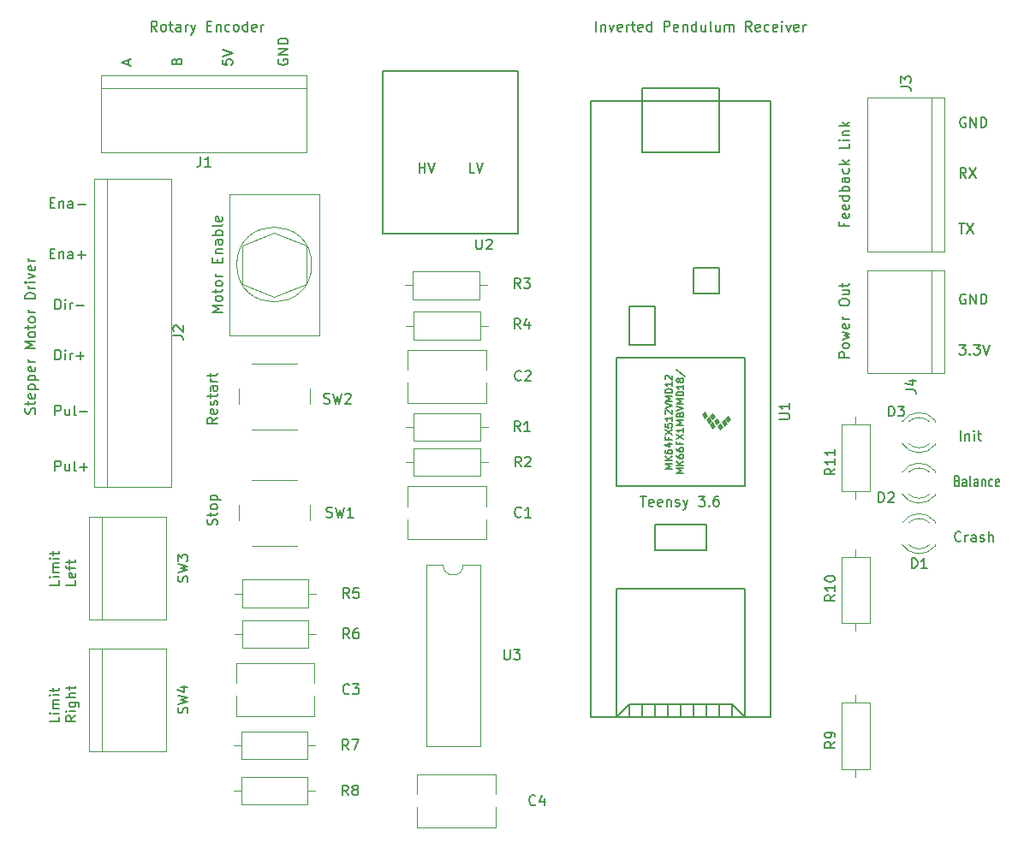
<source format=gbr>
%TF.GenerationSoftware,KiCad,Pcbnew,7.0.7*%
%TF.CreationDate,2023-10-16T12:37:20+02:00*%
%TF.ProjectId,kicad_pendulum_receiver1,6b696361-645f-4706-956e-64756c756d5f,rev?*%
%TF.SameCoordinates,Original*%
%TF.FileFunction,Legend,Top*%
%TF.FilePolarity,Positive*%
%FSLAX46Y46*%
G04 Gerber Fmt 4.6, Leading zero omitted, Abs format (unit mm)*
G04 Created by KiCad (PCBNEW 7.0.7) date 2023-10-16 12:37:20*
%MOMM*%
%LPD*%
G01*
G04 APERTURE LIST*
%ADD10C,0.150000*%
%ADD11C,0.120000*%
%ADD12C,0.127000*%
%ADD13C,0.100000*%
G04 APERTURE END LIST*
D10*
X190055826Y-105846009D02*
X190170112Y-105893628D01*
X190170112Y-105893628D02*
X190208207Y-105941247D01*
X190208207Y-105941247D02*
X190246303Y-106036485D01*
X190246303Y-106036485D02*
X190246303Y-106179342D01*
X190246303Y-106179342D02*
X190208207Y-106274580D01*
X190208207Y-106274580D02*
X190170112Y-106322200D01*
X190170112Y-106322200D02*
X190093922Y-106369819D01*
X190093922Y-106369819D02*
X189789160Y-106369819D01*
X189789160Y-106369819D02*
X189789160Y-105369819D01*
X189789160Y-105369819D02*
X190055826Y-105369819D01*
X190055826Y-105369819D02*
X190132017Y-105417438D01*
X190132017Y-105417438D02*
X190170112Y-105465057D01*
X190170112Y-105465057D02*
X190208207Y-105560295D01*
X190208207Y-105560295D02*
X190208207Y-105655533D01*
X190208207Y-105655533D02*
X190170112Y-105750771D01*
X190170112Y-105750771D02*
X190132017Y-105798390D01*
X190132017Y-105798390D02*
X190055826Y-105846009D01*
X190055826Y-105846009D02*
X189789160Y-105846009D01*
X190932017Y-106369819D02*
X190932017Y-105846009D01*
X190932017Y-105846009D02*
X190893922Y-105750771D01*
X190893922Y-105750771D02*
X190817731Y-105703152D01*
X190817731Y-105703152D02*
X190665350Y-105703152D01*
X190665350Y-105703152D02*
X190589160Y-105750771D01*
X190932017Y-106322200D02*
X190855826Y-106369819D01*
X190855826Y-106369819D02*
X190665350Y-106369819D01*
X190665350Y-106369819D02*
X190589160Y-106322200D01*
X190589160Y-106322200D02*
X190551064Y-106226961D01*
X190551064Y-106226961D02*
X190551064Y-106131723D01*
X190551064Y-106131723D02*
X190589160Y-106036485D01*
X190589160Y-106036485D02*
X190665350Y-105988866D01*
X190665350Y-105988866D02*
X190855826Y-105988866D01*
X190855826Y-105988866D02*
X190932017Y-105941247D01*
X191427255Y-106369819D02*
X191351065Y-106322200D01*
X191351065Y-106322200D02*
X191312970Y-106226961D01*
X191312970Y-106226961D02*
X191312970Y-105369819D01*
X192074875Y-106369819D02*
X192074875Y-105846009D01*
X192074875Y-105846009D02*
X192036780Y-105750771D01*
X192036780Y-105750771D02*
X191960589Y-105703152D01*
X191960589Y-105703152D02*
X191808208Y-105703152D01*
X191808208Y-105703152D02*
X191732018Y-105750771D01*
X192074875Y-106322200D02*
X191998684Y-106369819D01*
X191998684Y-106369819D02*
X191808208Y-106369819D01*
X191808208Y-106369819D02*
X191732018Y-106322200D01*
X191732018Y-106322200D02*
X191693922Y-106226961D01*
X191693922Y-106226961D02*
X191693922Y-106131723D01*
X191693922Y-106131723D02*
X191732018Y-106036485D01*
X191732018Y-106036485D02*
X191808208Y-105988866D01*
X191808208Y-105988866D02*
X191998684Y-105988866D01*
X191998684Y-105988866D02*
X192074875Y-105941247D01*
X192455828Y-105703152D02*
X192455828Y-106369819D01*
X192455828Y-105798390D02*
X192493923Y-105750771D01*
X192493923Y-105750771D02*
X192570113Y-105703152D01*
X192570113Y-105703152D02*
X192684399Y-105703152D01*
X192684399Y-105703152D02*
X192760590Y-105750771D01*
X192760590Y-105750771D02*
X192798685Y-105846009D01*
X192798685Y-105846009D02*
X192798685Y-106369819D01*
X193522495Y-106322200D02*
X193446304Y-106369819D01*
X193446304Y-106369819D02*
X193293923Y-106369819D01*
X193293923Y-106369819D02*
X193217733Y-106322200D01*
X193217733Y-106322200D02*
X193179638Y-106274580D01*
X193179638Y-106274580D02*
X193141542Y-106179342D01*
X193141542Y-106179342D02*
X193141542Y-105893628D01*
X193141542Y-105893628D02*
X193179638Y-105798390D01*
X193179638Y-105798390D02*
X193217733Y-105750771D01*
X193217733Y-105750771D02*
X193293923Y-105703152D01*
X193293923Y-105703152D02*
X193446304Y-105703152D01*
X193446304Y-105703152D02*
X193522495Y-105750771D01*
X194170114Y-106322200D02*
X194093923Y-106369819D01*
X194093923Y-106369819D02*
X193941542Y-106369819D01*
X193941542Y-106369819D02*
X193865352Y-106322200D01*
X193865352Y-106322200D02*
X193827256Y-106226961D01*
X193827256Y-106226961D02*
X193827256Y-105846009D01*
X193827256Y-105846009D02*
X193865352Y-105750771D01*
X193865352Y-105750771D02*
X193941542Y-105703152D01*
X193941542Y-105703152D02*
X194093923Y-105703152D01*
X194093923Y-105703152D02*
X194170114Y-105750771D01*
X194170114Y-105750771D02*
X194208209Y-105846009D01*
X194208209Y-105846009D02*
X194208209Y-105941247D01*
X194208209Y-105941247D02*
X193827256Y-106036485D01*
X190908207Y-75869819D02*
X190574874Y-75393628D01*
X190336779Y-75869819D02*
X190336779Y-74869819D01*
X190336779Y-74869819D02*
X190717731Y-74869819D01*
X190717731Y-74869819D02*
X190812969Y-74917438D01*
X190812969Y-74917438D02*
X190860588Y-74965057D01*
X190860588Y-74965057D02*
X190908207Y-75060295D01*
X190908207Y-75060295D02*
X190908207Y-75203152D01*
X190908207Y-75203152D02*
X190860588Y-75298390D01*
X190860588Y-75298390D02*
X190812969Y-75346009D01*
X190812969Y-75346009D02*
X190717731Y-75393628D01*
X190717731Y-75393628D02*
X190336779Y-75393628D01*
X191241541Y-74869819D02*
X191908207Y-75869819D01*
X191908207Y-74869819D02*
X191241541Y-75869819D01*
X101259819Y-129187030D02*
X101259819Y-129663220D01*
X101259819Y-129663220D02*
X100259819Y-129663220D01*
X101259819Y-128853696D02*
X100593152Y-128853696D01*
X100259819Y-128853696D02*
X100307438Y-128901315D01*
X100307438Y-128901315D02*
X100355057Y-128853696D01*
X100355057Y-128853696D02*
X100307438Y-128806077D01*
X100307438Y-128806077D02*
X100259819Y-128853696D01*
X100259819Y-128853696D02*
X100355057Y-128853696D01*
X101259819Y-128377506D02*
X100593152Y-128377506D01*
X100688390Y-128377506D02*
X100640771Y-128329887D01*
X100640771Y-128329887D02*
X100593152Y-128234649D01*
X100593152Y-128234649D02*
X100593152Y-128091792D01*
X100593152Y-128091792D02*
X100640771Y-127996554D01*
X100640771Y-127996554D02*
X100736009Y-127948935D01*
X100736009Y-127948935D02*
X101259819Y-127948935D01*
X100736009Y-127948935D02*
X100640771Y-127901316D01*
X100640771Y-127901316D02*
X100593152Y-127806078D01*
X100593152Y-127806078D02*
X100593152Y-127663221D01*
X100593152Y-127663221D02*
X100640771Y-127567982D01*
X100640771Y-127567982D02*
X100736009Y-127520363D01*
X100736009Y-127520363D02*
X101259819Y-127520363D01*
X101259819Y-127044173D02*
X100593152Y-127044173D01*
X100259819Y-127044173D02*
X100307438Y-127091792D01*
X100307438Y-127091792D02*
X100355057Y-127044173D01*
X100355057Y-127044173D02*
X100307438Y-126996554D01*
X100307438Y-126996554D02*
X100259819Y-127044173D01*
X100259819Y-127044173D02*
X100355057Y-127044173D01*
X100593152Y-126710840D02*
X100593152Y-126329888D01*
X100259819Y-126567983D02*
X101116961Y-126567983D01*
X101116961Y-126567983D02*
X101212200Y-126520364D01*
X101212200Y-126520364D02*
X101259819Y-126425126D01*
X101259819Y-126425126D02*
X101259819Y-126329888D01*
X102869819Y-129091792D02*
X102393628Y-129425125D01*
X102869819Y-129663220D02*
X101869819Y-129663220D01*
X101869819Y-129663220D02*
X101869819Y-129282268D01*
X101869819Y-129282268D02*
X101917438Y-129187030D01*
X101917438Y-129187030D02*
X101965057Y-129139411D01*
X101965057Y-129139411D02*
X102060295Y-129091792D01*
X102060295Y-129091792D02*
X102203152Y-129091792D01*
X102203152Y-129091792D02*
X102298390Y-129139411D01*
X102298390Y-129139411D02*
X102346009Y-129187030D01*
X102346009Y-129187030D02*
X102393628Y-129282268D01*
X102393628Y-129282268D02*
X102393628Y-129663220D01*
X102869819Y-128663220D02*
X102203152Y-128663220D01*
X101869819Y-128663220D02*
X101917438Y-128710839D01*
X101917438Y-128710839D02*
X101965057Y-128663220D01*
X101965057Y-128663220D02*
X101917438Y-128615601D01*
X101917438Y-128615601D02*
X101869819Y-128663220D01*
X101869819Y-128663220D02*
X101965057Y-128663220D01*
X102203152Y-127758459D02*
X103012676Y-127758459D01*
X103012676Y-127758459D02*
X103107914Y-127806078D01*
X103107914Y-127806078D02*
X103155533Y-127853697D01*
X103155533Y-127853697D02*
X103203152Y-127948935D01*
X103203152Y-127948935D02*
X103203152Y-128091792D01*
X103203152Y-128091792D02*
X103155533Y-128187030D01*
X102822200Y-127758459D02*
X102869819Y-127853697D01*
X102869819Y-127853697D02*
X102869819Y-128044173D01*
X102869819Y-128044173D02*
X102822200Y-128139411D01*
X102822200Y-128139411D02*
X102774580Y-128187030D01*
X102774580Y-128187030D02*
X102679342Y-128234649D01*
X102679342Y-128234649D02*
X102393628Y-128234649D01*
X102393628Y-128234649D02*
X102298390Y-128187030D01*
X102298390Y-128187030D02*
X102250771Y-128139411D01*
X102250771Y-128139411D02*
X102203152Y-128044173D01*
X102203152Y-128044173D02*
X102203152Y-127853697D01*
X102203152Y-127853697D02*
X102250771Y-127758459D01*
X102869819Y-127282268D02*
X101869819Y-127282268D01*
X102869819Y-126853697D02*
X102346009Y-126853697D01*
X102346009Y-126853697D02*
X102250771Y-126901316D01*
X102250771Y-126901316D02*
X102203152Y-126996554D01*
X102203152Y-126996554D02*
X102203152Y-127139411D01*
X102203152Y-127139411D02*
X102250771Y-127234649D01*
X102250771Y-127234649D02*
X102298390Y-127282268D01*
X102203152Y-126520363D02*
X102203152Y-126139411D01*
X101869819Y-126377506D02*
X102726961Y-126377506D01*
X102726961Y-126377506D02*
X102822200Y-126329887D01*
X102822200Y-126329887D02*
X102869819Y-126234649D01*
X102869819Y-126234649D02*
X102869819Y-126139411D01*
X100336779Y-83346009D02*
X100670112Y-83346009D01*
X100812969Y-83869819D02*
X100336779Y-83869819D01*
X100336779Y-83869819D02*
X100336779Y-82869819D01*
X100336779Y-82869819D02*
X100812969Y-82869819D01*
X101241541Y-83203152D02*
X101241541Y-83869819D01*
X101241541Y-83298390D02*
X101289160Y-83250771D01*
X101289160Y-83250771D02*
X101384398Y-83203152D01*
X101384398Y-83203152D02*
X101527255Y-83203152D01*
X101527255Y-83203152D02*
X101622493Y-83250771D01*
X101622493Y-83250771D02*
X101670112Y-83346009D01*
X101670112Y-83346009D02*
X101670112Y-83869819D01*
X102574874Y-83869819D02*
X102574874Y-83346009D01*
X102574874Y-83346009D02*
X102527255Y-83250771D01*
X102527255Y-83250771D02*
X102432017Y-83203152D01*
X102432017Y-83203152D02*
X102241541Y-83203152D01*
X102241541Y-83203152D02*
X102146303Y-83250771D01*
X102574874Y-83822200D02*
X102479636Y-83869819D01*
X102479636Y-83869819D02*
X102241541Y-83869819D01*
X102241541Y-83869819D02*
X102146303Y-83822200D01*
X102146303Y-83822200D02*
X102098684Y-83726961D01*
X102098684Y-83726961D02*
X102098684Y-83631723D01*
X102098684Y-83631723D02*
X102146303Y-83536485D01*
X102146303Y-83536485D02*
X102241541Y-83488866D01*
X102241541Y-83488866D02*
X102479636Y-83488866D01*
X102479636Y-83488866D02*
X102574874Y-83441247D01*
X103051065Y-83488866D02*
X103812970Y-83488866D01*
X103432017Y-83869819D02*
X103432017Y-83107914D01*
X100836779Y-93869819D02*
X100836779Y-92869819D01*
X100836779Y-92869819D02*
X101074874Y-92869819D01*
X101074874Y-92869819D02*
X101217731Y-92917438D01*
X101217731Y-92917438D02*
X101312969Y-93012676D01*
X101312969Y-93012676D02*
X101360588Y-93107914D01*
X101360588Y-93107914D02*
X101408207Y-93298390D01*
X101408207Y-93298390D02*
X101408207Y-93441247D01*
X101408207Y-93441247D02*
X101360588Y-93631723D01*
X101360588Y-93631723D02*
X101312969Y-93726961D01*
X101312969Y-93726961D02*
X101217731Y-93822200D01*
X101217731Y-93822200D02*
X101074874Y-93869819D01*
X101074874Y-93869819D02*
X100836779Y-93869819D01*
X101836779Y-93869819D02*
X101836779Y-93203152D01*
X101836779Y-92869819D02*
X101789160Y-92917438D01*
X101789160Y-92917438D02*
X101836779Y-92965057D01*
X101836779Y-92965057D02*
X101884398Y-92917438D01*
X101884398Y-92917438D02*
X101836779Y-92869819D01*
X101836779Y-92869819D02*
X101836779Y-92965057D01*
X102312969Y-93869819D02*
X102312969Y-93203152D01*
X102312969Y-93393628D02*
X102360588Y-93298390D01*
X102360588Y-93298390D02*
X102408207Y-93250771D01*
X102408207Y-93250771D02*
X102503445Y-93203152D01*
X102503445Y-93203152D02*
X102598683Y-93203152D01*
X102932017Y-93488866D02*
X103693922Y-93488866D01*
X103312969Y-93869819D02*
X103312969Y-93107914D01*
X178846009Y-80329887D02*
X178846009Y-80663220D01*
X179369819Y-80663220D02*
X178369819Y-80663220D01*
X178369819Y-80663220D02*
X178369819Y-80187030D01*
X179322200Y-79425125D02*
X179369819Y-79520363D01*
X179369819Y-79520363D02*
X179369819Y-79710839D01*
X179369819Y-79710839D02*
X179322200Y-79806077D01*
X179322200Y-79806077D02*
X179226961Y-79853696D01*
X179226961Y-79853696D02*
X178846009Y-79853696D01*
X178846009Y-79853696D02*
X178750771Y-79806077D01*
X178750771Y-79806077D02*
X178703152Y-79710839D01*
X178703152Y-79710839D02*
X178703152Y-79520363D01*
X178703152Y-79520363D02*
X178750771Y-79425125D01*
X178750771Y-79425125D02*
X178846009Y-79377506D01*
X178846009Y-79377506D02*
X178941247Y-79377506D01*
X178941247Y-79377506D02*
X179036485Y-79853696D01*
X179322200Y-78567982D02*
X179369819Y-78663220D01*
X179369819Y-78663220D02*
X179369819Y-78853696D01*
X179369819Y-78853696D02*
X179322200Y-78948934D01*
X179322200Y-78948934D02*
X179226961Y-78996553D01*
X179226961Y-78996553D02*
X178846009Y-78996553D01*
X178846009Y-78996553D02*
X178750771Y-78948934D01*
X178750771Y-78948934D02*
X178703152Y-78853696D01*
X178703152Y-78853696D02*
X178703152Y-78663220D01*
X178703152Y-78663220D02*
X178750771Y-78567982D01*
X178750771Y-78567982D02*
X178846009Y-78520363D01*
X178846009Y-78520363D02*
X178941247Y-78520363D01*
X178941247Y-78520363D02*
X179036485Y-78996553D01*
X179369819Y-77663220D02*
X178369819Y-77663220D01*
X179322200Y-77663220D02*
X179369819Y-77758458D01*
X179369819Y-77758458D02*
X179369819Y-77948934D01*
X179369819Y-77948934D02*
X179322200Y-78044172D01*
X179322200Y-78044172D02*
X179274580Y-78091791D01*
X179274580Y-78091791D02*
X179179342Y-78139410D01*
X179179342Y-78139410D02*
X178893628Y-78139410D01*
X178893628Y-78139410D02*
X178798390Y-78091791D01*
X178798390Y-78091791D02*
X178750771Y-78044172D01*
X178750771Y-78044172D02*
X178703152Y-77948934D01*
X178703152Y-77948934D02*
X178703152Y-77758458D01*
X178703152Y-77758458D02*
X178750771Y-77663220D01*
X179369819Y-77187029D02*
X178369819Y-77187029D01*
X178750771Y-77187029D02*
X178703152Y-77091791D01*
X178703152Y-77091791D02*
X178703152Y-76901315D01*
X178703152Y-76901315D02*
X178750771Y-76806077D01*
X178750771Y-76806077D02*
X178798390Y-76758458D01*
X178798390Y-76758458D02*
X178893628Y-76710839D01*
X178893628Y-76710839D02*
X179179342Y-76710839D01*
X179179342Y-76710839D02*
X179274580Y-76758458D01*
X179274580Y-76758458D02*
X179322200Y-76806077D01*
X179322200Y-76806077D02*
X179369819Y-76901315D01*
X179369819Y-76901315D02*
X179369819Y-77091791D01*
X179369819Y-77091791D02*
X179322200Y-77187029D01*
X179369819Y-75853696D02*
X178846009Y-75853696D01*
X178846009Y-75853696D02*
X178750771Y-75901315D01*
X178750771Y-75901315D02*
X178703152Y-75996553D01*
X178703152Y-75996553D02*
X178703152Y-76187029D01*
X178703152Y-76187029D02*
X178750771Y-76282267D01*
X179322200Y-75853696D02*
X179369819Y-75948934D01*
X179369819Y-75948934D02*
X179369819Y-76187029D01*
X179369819Y-76187029D02*
X179322200Y-76282267D01*
X179322200Y-76282267D02*
X179226961Y-76329886D01*
X179226961Y-76329886D02*
X179131723Y-76329886D01*
X179131723Y-76329886D02*
X179036485Y-76282267D01*
X179036485Y-76282267D02*
X178988866Y-76187029D01*
X178988866Y-76187029D02*
X178988866Y-75948934D01*
X178988866Y-75948934D02*
X178941247Y-75853696D01*
X179322200Y-74948934D02*
X179369819Y-75044172D01*
X179369819Y-75044172D02*
X179369819Y-75234648D01*
X179369819Y-75234648D02*
X179322200Y-75329886D01*
X179322200Y-75329886D02*
X179274580Y-75377505D01*
X179274580Y-75377505D02*
X179179342Y-75425124D01*
X179179342Y-75425124D02*
X178893628Y-75425124D01*
X178893628Y-75425124D02*
X178798390Y-75377505D01*
X178798390Y-75377505D02*
X178750771Y-75329886D01*
X178750771Y-75329886D02*
X178703152Y-75234648D01*
X178703152Y-75234648D02*
X178703152Y-75044172D01*
X178703152Y-75044172D02*
X178750771Y-74948934D01*
X179369819Y-74520362D02*
X178369819Y-74520362D01*
X178988866Y-74425124D02*
X179369819Y-74139410D01*
X178703152Y-74139410D02*
X179084104Y-74520362D01*
X179369819Y-72472743D02*
X179369819Y-72948933D01*
X179369819Y-72948933D02*
X178369819Y-72948933D01*
X179369819Y-72139409D02*
X178703152Y-72139409D01*
X178369819Y-72139409D02*
X178417438Y-72187028D01*
X178417438Y-72187028D02*
X178465057Y-72139409D01*
X178465057Y-72139409D02*
X178417438Y-72091790D01*
X178417438Y-72091790D02*
X178369819Y-72139409D01*
X178369819Y-72139409D02*
X178465057Y-72139409D01*
X178703152Y-71663219D02*
X179369819Y-71663219D01*
X178798390Y-71663219D02*
X178750771Y-71615600D01*
X178750771Y-71615600D02*
X178703152Y-71520362D01*
X178703152Y-71520362D02*
X178703152Y-71377505D01*
X178703152Y-71377505D02*
X178750771Y-71282267D01*
X178750771Y-71282267D02*
X178846009Y-71234648D01*
X178846009Y-71234648D02*
X179369819Y-71234648D01*
X179369819Y-70758457D02*
X178369819Y-70758457D01*
X178988866Y-70663219D02*
X179369819Y-70377505D01*
X178703152Y-70377505D02*
X179084104Y-70758457D01*
X136836779Y-75369819D02*
X136836779Y-74369819D01*
X136836779Y-74846009D02*
X137408207Y-74846009D01*
X137408207Y-75369819D02*
X137408207Y-74369819D01*
X137741541Y-74369819D02*
X138074874Y-75369819D01*
X138074874Y-75369819D02*
X138408207Y-74369819D01*
X154336779Y-61369819D02*
X154336779Y-60369819D01*
X154812969Y-60703152D02*
X154812969Y-61369819D01*
X154812969Y-60798390D02*
X154860588Y-60750771D01*
X154860588Y-60750771D02*
X154955826Y-60703152D01*
X154955826Y-60703152D02*
X155098683Y-60703152D01*
X155098683Y-60703152D02*
X155193921Y-60750771D01*
X155193921Y-60750771D02*
X155241540Y-60846009D01*
X155241540Y-60846009D02*
X155241540Y-61369819D01*
X155622493Y-60703152D02*
X155860588Y-61369819D01*
X155860588Y-61369819D02*
X156098683Y-60703152D01*
X156860588Y-61322200D02*
X156765350Y-61369819D01*
X156765350Y-61369819D02*
X156574874Y-61369819D01*
X156574874Y-61369819D02*
X156479636Y-61322200D01*
X156479636Y-61322200D02*
X156432017Y-61226961D01*
X156432017Y-61226961D02*
X156432017Y-60846009D01*
X156432017Y-60846009D02*
X156479636Y-60750771D01*
X156479636Y-60750771D02*
X156574874Y-60703152D01*
X156574874Y-60703152D02*
X156765350Y-60703152D01*
X156765350Y-60703152D02*
X156860588Y-60750771D01*
X156860588Y-60750771D02*
X156908207Y-60846009D01*
X156908207Y-60846009D02*
X156908207Y-60941247D01*
X156908207Y-60941247D02*
X156432017Y-61036485D01*
X157336779Y-61369819D02*
X157336779Y-60703152D01*
X157336779Y-60893628D02*
X157384398Y-60798390D01*
X157384398Y-60798390D02*
X157432017Y-60750771D01*
X157432017Y-60750771D02*
X157527255Y-60703152D01*
X157527255Y-60703152D02*
X157622493Y-60703152D01*
X157812970Y-60703152D02*
X158193922Y-60703152D01*
X157955827Y-60369819D02*
X157955827Y-61226961D01*
X157955827Y-61226961D02*
X158003446Y-61322200D01*
X158003446Y-61322200D02*
X158098684Y-61369819D01*
X158098684Y-61369819D02*
X158193922Y-61369819D01*
X158908208Y-61322200D02*
X158812970Y-61369819D01*
X158812970Y-61369819D02*
X158622494Y-61369819D01*
X158622494Y-61369819D02*
X158527256Y-61322200D01*
X158527256Y-61322200D02*
X158479637Y-61226961D01*
X158479637Y-61226961D02*
X158479637Y-60846009D01*
X158479637Y-60846009D02*
X158527256Y-60750771D01*
X158527256Y-60750771D02*
X158622494Y-60703152D01*
X158622494Y-60703152D02*
X158812970Y-60703152D01*
X158812970Y-60703152D02*
X158908208Y-60750771D01*
X158908208Y-60750771D02*
X158955827Y-60846009D01*
X158955827Y-60846009D02*
X158955827Y-60941247D01*
X158955827Y-60941247D02*
X158479637Y-61036485D01*
X159812970Y-61369819D02*
X159812970Y-60369819D01*
X159812970Y-61322200D02*
X159717732Y-61369819D01*
X159717732Y-61369819D02*
X159527256Y-61369819D01*
X159527256Y-61369819D02*
X159432018Y-61322200D01*
X159432018Y-61322200D02*
X159384399Y-61274580D01*
X159384399Y-61274580D02*
X159336780Y-61179342D01*
X159336780Y-61179342D02*
X159336780Y-60893628D01*
X159336780Y-60893628D02*
X159384399Y-60798390D01*
X159384399Y-60798390D02*
X159432018Y-60750771D01*
X159432018Y-60750771D02*
X159527256Y-60703152D01*
X159527256Y-60703152D02*
X159717732Y-60703152D01*
X159717732Y-60703152D02*
X159812970Y-60750771D01*
X161051066Y-61369819D02*
X161051066Y-60369819D01*
X161051066Y-60369819D02*
X161432018Y-60369819D01*
X161432018Y-60369819D02*
X161527256Y-60417438D01*
X161527256Y-60417438D02*
X161574875Y-60465057D01*
X161574875Y-60465057D02*
X161622494Y-60560295D01*
X161622494Y-60560295D02*
X161622494Y-60703152D01*
X161622494Y-60703152D02*
X161574875Y-60798390D01*
X161574875Y-60798390D02*
X161527256Y-60846009D01*
X161527256Y-60846009D02*
X161432018Y-60893628D01*
X161432018Y-60893628D02*
X161051066Y-60893628D01*
X162432018Y-61322200D02*
X162336780Y-61369819D01*
X162336780Y-61369819D02*
X162146304Y-61369819D01*
X162146304Y-61369819D02*
X162051066Y-61322200D01*
X162051066Y-61322200D02*
X162003447Y-61226961D01*
X162003447Y-61226961D02*
X162003447Y-60846009D01*
X162003447Y-60846009D02*
X162051066Y-60750771D01*
X162051066Y-60750771D02*
X162146304Y-60703152D01*
X162146304Y-60703152D02*
X162336780Y-60703152D01*
X162336780Y-60703152D02*
X162432018Y-60750771D01*
X162432018Y-60750771D02*
X162479637Y-60846009D01*
X162479637Y-60846009D02*
X162479637Y-60941247D01*
X162479637Y-60941247D02*
X162003447Y-61036485D01*
X162908209Y-60703152D02*
X162908209Y-61369819D01*
X162908209Y-60798390D02*
X162955828Y-60750771D01*
X162955828Y-60750771D02*
X163051066Y-60703152D01*
X163051066Y-60703152D02*
X163193923Y-60703152D01*
X163193923Y-60703152D02*
X163289161Y-60750771D01*
X163289161Y-60750771D02*
X163336780Y-60846009D01*
X163336780Y-60846009D02*
X163336780Y-61369819D01*
X164241542Y-61369819D02*
X164241542Y-60369819D01*
X164241542Y-61322200D02*
X164146304Y-61369819D01*
X164146304Y-61369819D02*
X163955828Y-61369819D01*
X163955828Y-61369819D02*
X163860590Y-61322200D01*
X163860590Y-61322200D02*
X163812971Y-61274580D01*
X163812971Y-61274580D02*
X163765352Y-61179342D01*
X163765352Y-61179342D02*
X163765352Y-60893628D01*
X163765352Y-60893628D02*
X163812971Y-60798390D01*
X163812971Y-60798390D02*
X163860590Y-60750771D01*
X163860590Y-60750771D02*
X163955828Y-60703152D01*
X163955828Y-60703152D02*
X164146304Y-60703152D01*
X164146304Y-60703152D02*
X164241542Y-60750771D01*
X165146304Y-60703152D02*
X165146304Y-61369819D01*
X164717733Y-60703152D02*
X164717733Y-61226961D01*
X164717733Y-61226961D02*
X164765352Y-61322200D01*
X164765352Y-61322200D02*
X164860590Y-61369819D01*
X164860590Y-61369819D02*
X165003447Y-61369819D01*
X165003447Y-61369819D02*
X165098685Y-61322200D01*
X165098685Y-61322200D02*
X165146304Y-61274580D01*
X165765352Y-61369819D02*
X165670114Y-61322200D01*
X165670114Y-61322200D02*
X165622495Y-61226961D01*
X165622495Y-61226961D02*
X165622495Y-60369819D01*
X166574876Y-60703152D02*
X166574876Y-61369819D01*
X166146305Y-60703152D02*
X166146305Y-61226961D01*
X166146305Y-61226961D02*
X166193924Y-61322200D01*
X166193924Y-61322200D02*
X166289162Y-61369819D01*
X166289162Y-61369819D02*
X166432019Y-61369819D01*
X166432019Y-61369819D02*
X166527257Y-61322200D01*
X166527257Y-61322200D02*
X166574876Y-61274580D01*
X167051067Y-61369819D02*
X167051067Y-60703152D01*
X167051067Y-60798390D02*
X167098686Y-60750771D01*
X167098686Y-60750771D02*
X167193924Y-60703152D01*
X167193924Y-60703152D02*
X167336781Y-60703152D01*
X167336781Y-60703152D02*
X167432019Y-60750771D01*
X167432019Y-60750771D02*
X167479638Y-60846009D01*
X167479638Y-60846009D02*
X167479638Y-61369819D01*
X167479638Y-60846009D02*
X167527257Y-60750771D01*
X167527257Y-60750771D02*
X167622495Y-60703152D01*
X167622495Y-60703152D02*
X167765352Y-60703152D01*
X167765352Y-60703152D02*
X167860591Y-60750771D01*
X167860591Y-60750771D02*
X167908210Y-60846009D01*
X167908210Y-60846009D02*
X167908210Y-61369819D01*
X169717733Y-61369819D02*
X169384400Y-60893628D01*
X169146305Y-61369819D02*
X169146305Y-60369819D01*
X169146305Y-60369819D02*
X169527257Y-60369819D01*
X169527257Y-60369819D02*
X169622495Y-60417438D01*
X169622495Y-60417438D02*
X169670114Y-60465057D01*
X169670114Y-60465057D02*
X169717733Y-60560295D01*
X169717733Y-60560295D02*
X169717733Y-60703152D01*
X169717733Y-60703152D02*
X169670114Y-60798390D01*
X169670114Y-60798390D02*
X169622495Y-60846009D01*
X169622495Y-60846009D02*
X169527257Y-60893628D01*
X169527257Y-60893628D02*
X169146305Y-60893628D01*
X170527257Y-61322200D02*
X170432019Y-61369819D01*
X170432019Y-61369819D02*
X170241543Y-61369819D01*
X170241543Y-61369819D02*
X170146305Y-61322200D01*
X170146305Y-61322200D02*
X170098686Y-61226961D01*
X170098686Y-61226961D02*
X170098686Y-60846009D01*
X170098686Y-60846009D02*
X170146305Y-60750771D01*
X170146305Y-60750771D02*
X170241543Y-60703152D01*
X170241543Y-60703152D02*
X170432019Y-60703152D01*
X170432019Y-60703152D02*
X170527257Y-60750771D01*
X170527257Y-60750771D02*
X170574876Y-60846009D01*
X170574876Y-60846009D02*
X170574876Y-60941247D01*
X170574876Y-60941247D02*
X170098686Y-61036485D01*
X171432019Y-61322200D02*
X171336781Y-61369819D01*
X171336781Y-61369819D02*
X171146305Y-61369819D01*
X171146305Y-61369819D02*
X171051067Y-61322200D01*
X171051067Y-61322200D02*
X171003448Y-61274580D01*
X171003448Y-61274580D02*
X170955829Y-61179342D01*
X170955829Y-61179342D02*
X170955829Y-60893628D01*
X170955829Y-60893628D02*
X171003448Y-60798390D01*
X171003448Y-60798390D02*
X171051067Y-60750771D01*
X171051067Y-60750771D02*
X171146305Y-60703152D01*
X171146305Y-60703152D02*
X171336781Y-60703152D01*
X171336781Y-60703152D02*
X171432019Y-60750771D01*
X172241543Y-61322200D02*
X172146305Y-61369819D01*
X172146305Y-61369819D02*
X171955829Y-61369819D01*
X171955829Y-61369819D02*
X171860591Y-61322200D01*
X171860591Y-61322200D02*
X171812972Y-61226961D01*
X171812972Y-61226961D02*
X171812972Y-60846009D01*
X171812972Y-60846009D02*
X171860591Y-60750771D01*
X171860591Y-60750771D02*
X171955829Y-60703152D01*
X171955829Y-60703152D02*
X172146305Y-60703152D01*
X172146305Y-60703152D02*
X172241543Y-60750771D01*
X172241543Y-60750771D02*
X172289162Y-60846009D01*
X172289162Y-60846009D02*
X172289162Y-60941247D01*
X172289162Y-60941247D02*
X171812972Y-61036485D01*
X172717734Y-61369819D02*
X172717734Y-60703152D01*
X172717734Y-60369819D02*
X172670115Y-60417438D01*
X172670115Y-60417438D02*
X172717734Y-60465057D01*
X172717734Y-60465057D02*
X172765353Y-60417438D01*
X172765353Y-60417438D02*
X172717734Y-60369819D01*
X172717734Y-60369819D02*
X172717734Y-60465057D01*
X173098686Y-60703152D02*
X173336781Y-61369819D01*
X173336781Y-61369819D02*
X173574876Y-60703152D01*
X174336781Y-61322200D02*
X174241543Y-61369819D01*
X174241543Y-61369819D02*
X174051067Y-61369819D01*
X174051067Y-61369819D02*
X173955829Y-61322200D01*
X173955829Y-61322200D02*
X173908210Y-61226961D01*
X173908210Y-61226961D02*
X173908210Y-60846009D01*
X173908210Y-60846009D02*
X173955829Y-60750771D01*
X173955829Y-60750771D02*
X174051067Y-60703152D01*
X174051067Y-60703152D02*
X174241543Y-60703152D01*
X174241543Y-60703152D02*
X174336781Y-60750771D01*
X174336781Y-60750771D02*
X174384400Y-60846009D01*
X174384400Y-60846009D02*
X174384400Y-60941247D01*
X174384400Y-60941247D02*
X173908210Y-61036485D01*
X174812972Y-61369819D02*
X174812972Y-60703152D01*
X174812972Y-60893628D02*
X174860591Y-60798390D01*
X174860591Y-60798390D02*
X174908210Y-60750771D01*
X174908210Y-60750771D02*
X175003448Y-60703152D01*
X175003448Y-60703152D02*
X175098686Y-60703152D01*
X190408207Y-111774580D02*
X190360588Y-111822200D01*
X190360588Y-111822200D02*
X190217731Y-111869819D01*
X190217731Y-111869819D02*
X190122493Y-111869819D01*
X190122493Y-111869819D02*
X189979636Y-111822200D01*
X189979636Y-111822200D02*
X189884398Y-111726961D01*
X189884398Y-111726961D02*
X189836779Y-111631723D01*
X189836779Y-111631723D02*
X189789160Y-111441247D01*
X189789160Y-111441247D02*
X189789160Y-111298390D01*
X189789160Y-111298390D02*
X189836779Y-111107914D01*
X189836779Y-111107914D02*
X189884398Y-111012676D01*
X189884398Y-111012676D02*
X189979636Y-110917438D01*
X189979636Y-110917438D02*
X190122493Y-110869819D01*
X190122493Y-110869819D02*
X190217731Y-110869819D01*
X190217731Y-110869819D02*
X190360588Y-110917438D01*
X190360588Y-110917438D02*
X190408207Y-110965057D01*
X190836779Y-111869819D02*
X190836779Y-111203152D01*
X190836779Y-111393628D02*
X190884398Y-111298390D01*
X190884398Y-111298390D02*
X190932017Y-111250771D01*
X190932017Y-111250771D02*
X191027255Y-111203152D01*
X191027255Y-111203152D02*
X191122493Y-111203152D01*
X191884398Y-111869819D02*
X191884398Y-111346009D01*
X191884398Y-111346009D02*
X191836779Y-111250771D01*
X191836779Y-111250771D02*
X191741541Y-111203152D01*
X191741541Y-111203152D02*
X191551065Y-111203152D01*
X191551065Y-111203152D02*
X191455827Y-111250771D01*
X191884398Y-111822200D02*
X191789160Y-111869819D01*
X191789160Y-111869819D02*
X191551065Y-111869819D01*
X191551065Y-111869819D02*
X191455827Y-111822200D01*
X191455827Y-111822200D02*
X191408208Y-111726961D01*
X191408208Y-111726961D02*
X191408208Y-111631723D01*
X191408208Y-111631723D02*
X191455827Y-111536485D01*
X191455827Y-111536485D02*
X191551065Y-111488866D01*
X191551065Y-111488866D02*
X191789160Y-111488866D01*
X191789160Y-111488866D02*
X191884398Y-111441247D01*
X192312970Y-111822200D02*
X192408208Y-111869819D01*
X192408208Y-111869819D02*
X192598684Y-111869819D01*
X192598684Y-111869819D02*
X192693922Y-111822200D01*
X192693922Y-111822200D02*
X192741541Y-111726961D01*
X192741541Y-111726961D02*
X192741541Y-111679342D01*
X192741541Y-111679342D02*
X192693922Y-111584104D01*
X192693922Y-111584104D02*
X192598684Y-111536485D01*
X192598684Y-111536485D02*
X192455827Y-111536485D01*
X192455827Y-111536485D02*
X192360589Y-111488866D01*
X192360589Y-111488866D02*
X192312970Y-111393628D01*
X192312970Y-111393628D02*
X192312970Y-111346009D01*
X192312970Y-111346009D02*
X192360589Y-111250771D01*
X192360589Y-111250771D02*
X192455827Y-111203152D01*
X192455827Y-111203152D02*
X192598684Y-111203152D01*
X192598684Y-111203152D02*
X192693922Y-111250771D01*
X193170113Y-111869819D02*
X193170113Y-110869819D01*
X193598684Y-111869819D02*
X193598684Y-111346009D01*
X193598684Y-111346009D02*
X193551065Y-111250771D01*
X193551065Y-111250771D02*
X193455827Y-111203152D01*
X193455827Y-111203152D02*
X193312970Y-111203152D01*
X193312970Y-111203152D02*
X193217732Y-111250771D01*
X193217732Y-111250771D02*
X193170113Y-111298390D01*
X100336779Y-78346009D02*
X100670112Y-78346009D01*
X100812969Y-78869819D02*
X100336779Y-78869819D01*
X100336779Y-78869819D02*
X100336779Y-77869819D01*
X100336779Y-77869819D02*
X100812969Y-77869819D01*
X101241541Y-78203152D02*
X101241541Y-78869819D01*
X101241541Y-78298390D02*
X101289160Y-78250771D01*
X101289160Y-78250771D02*
X101384398Y-78203152D01*
X101384398Y-78203152D02*
X101527255Y-78203152D01*
X101527255Y-78203152D02*
X101622493Y-78250771D01*
X101622493Y-78250771D02*
X101670112Y-78346009D01*
X101670112Y-78346009D02*
X101670112Y-78869819D01*
X102574874Y-78869819D02*
X102574874Y-78346009D01*
X102574874Y-78346009D02*
X102527255Y-78250771D01*
X102527255Y-78250771D02*
X102432017Y-78203152D01*
X102432017Y-78203152D02*
X102241541Y-78203152D01*
X102241541Y-78203152D02*
X102146303Y-78250771D01*
X102574874Y-78822200D02*
X102479636Y-78869819D01*
X102479636Y-78869819D02*
X102241541Y-78869819D01*
X102241541Y-78869819D02*
X102146303Y-78822200D01*
X102146303Y-78822200D02*
X102098684Y-78726961D01*
X102098684Y-78726961D02*
X102098684Y-78631723D01*
X102098684Y-78631723D02*
X102146303Y-78536485D01*
X102146303Y-78536485D02*
X102241541Y-78488866D01*
X102241541Y-78488866D02*
X102479636Y-78488866D01*
X102479636Y-78488866D02*
X102574874Y-78441247D01*
X103051065Y-78488866D02*
X103812970Y-78488866D01*
X100836779Y-104869819D02*
X100836779Y-103869819D01*
X100836779Y-103869819D02*
X101217731Y-103869819D01*
X101217731Y-103869819D02*
X101312969Y-103917438D01*
X101312969Y-103917438D02*
X101360588Y-103965057D01*
X101360588Y-103965057D02*
X101408207Y-104060295D01*
X101408207Y-104060295D02*
X101408207Y-104203152D01*
X101408207Y-104203152D02*
X101360588Y-104298390D01*
X101360588Y-104298390D02*
X101312969Y-104346009D01*
X101312969Y-104346009D02*
X101217731Y-104393628D01*
X101217731Y-104393628D02*
X100836779Y-104393628D01*
X102265350Y-104203152D02*
X102265350Y-104869819D01*
X101836779Y-104203152D02*
X101836779Y-104726961D01*
X101836779Y-104726961D02*
X101884398Y-104822200D01*
X101884398Y-104822200D02*
X101979636Y-104869819D01*
X101979636Y-104869819D02*
X102122493Y-104869819D01*
X102122493Y-104869819D02*
X102217731Y-104822200D01*
X102217731Y-104822200D02*
X102265350Y-104774580D01*
X102884398Y-104869819D02*
X102789160Y-104822200D01*
X102789160Y-104822200D02*
X102741541Y-104726961D01*
X102741541Y-104726961D02*
X102741541Y-103869819D01*
X103265351Y-104488866D02*
X104027256Y-104488866D01*
X103646303Y-104869819D02*
X103646303Y-104107914D01*
X98822200Y-99210839D02*
X98869819Y-99067982D01*
X98869819Y-99067982D02*
X98869819Y-98829887D01*
X98869819Y-98829887D02*
X98822200Y-98734649D01*
X98822200Y-98734649D02*
X98774580Y-98687030D01*
X98774580Y-98687030D02*
X98679342Y-98639411D01*
X98679342Y-98639411D02*
X98584104Y-98639411D01*
X98584104Y-98639411D02*
X98488866Y-98687030D01*
X98488866Y-98687030D02*
X98441247Y-98734649D01*
X98441247Y-98734649D02*
X98393628Y-98829887D01*
X98393628Y-98829887D02*
X98346009Y-99020363D01*
X98346009Y-99020363D02*
X98298390Y-99115601D01*
X98298390Y-99115601D02*
X98250771Y-99163220D01*
X98250771Y-99163220D02*
X98155533Y-99210839D01*
X98155533Y-99210839D02*
X98060295Y-99210839D01*
X98060295Y-99210839D02*
X97965057Y-99163220D01*
X97965057Y-99163220D02*
X97917438Y-99115601D01*
X97917438Y-99115601D02*
X97869819Y-99020363D01*
X97869819Y-99020363D02*
X97869819Y-98782268D01*
X97869819Y-98782268D02*
X97917438Y-98639411D01*
X98203152Y-98353696D02*
X98203152Y-97972744D01*
X97869819Y-98210839D02*
X98726961Y-98210839D01*
X98726961Y-98210839D02*
X98822200Y-98163220D01*
X98822200Y-98163220D02*
X98869819Y-98067982D01*
X98869819Y-98067982D02*
X98869819Y-97972744D01*
X98822200Y-97258458D02*
X98869819Y-97353696D01*
X98869819Y-97353696D02*
X98869819Y-97544172D01*
X98869819Y-97544172D02*
X98822200Y-97639410D01*
X98822200Y-97639410D02*
X98726961Y-97687029D01*
X98726961Y-97687029D02*
X98346009Y-97687029D01*
X98346009Y-97687029D02*
X98250771Y-97639410D01*
X98250771Y-97639410D02*
X98203152Y-97544172D01*
X98203152Y-97544172D02*
X98203152Y-97353696D01*
X98203152Y-97353696D02*
X98250771Y-97258458D01*
X98250771Y-97258458D02*
X98346009Y-97210839D01*
X98346009Y-97210839D02*
X98441247Y-97210839D01*
X98441247Y-97210839D02*
X98536485Y-97687029D01*
X98203152Y-96782267D02*
X99203152Y-96782267D01*
X98250771Y-96782267D02*
X98203152Y-96687029D01*
X98203152Y-96687029D02*
X98203152Y-96496553D01*
X98203152Y-96496553D02*
X98250771Y-96401315D01*
X98250771Y-96401315D02*
X98298390Y-96353696D01*
X98298390Y-96353696D02*
X98393628Y-96306077D01*
X98393628Y-96306077D02*
X98679342Y-96306077D01*
X98679342Y-96306077D02*
X98774580Y-96353696D01*
X98774580Y-96353696D02*
X98822200Y-96401315D01*
X98822200Y-96401315D02*
X98869819Y-96496553D01*
X98869819Y-96496553D02*
X98869819Y-96687029D01*
X98869819Y-96687029D02*
X98822200Y-96782267D01*
X98203152Y-95877505D02*
X99203152Y-95877505D01*
X98250771Y-95877505D02*
X98203152Y-95782267D01*
X98203152Y-95782267D02*
X98203152Y-95591791D01*
X98203152Y-95591791D02*
X98250771Y-95496553D01*
X98250771Y-95496553D02*
X98298390Y-95448934D01*
X98298390Y-95448934D02*
X98393628Y-95401315D01*
X98393628Y-95401315D02*
X98679342Y-95401315D01*
X98679342Y-95401315D02*
X98774580Y-95448934D01*
X98774580Y-95448934D02*
X98822200Y-95496553D01*
X98822200Y-95496553D02*
X98869819Y-95591791D01*
X98869819Y-95591791D02*
X98869819Y-95782267D01*
X98869819Y-95782267D02*
X98822200Y-95877505D01*
X98822200Y-94591791D02*
X98869819Y-94687029D01*
X98869819Y-94687029D02*
X98869819Y-94877505D01*
X98869819Y-94877505D02*
X98822200Y-94972743D01*
X98822200Y-94972743D02*
X98726961Y-95020362D01*
X98726961Y-95020362D02*
X98346009Y-95020362D01*
X98346009Y-95020362D02*
X98250771Y-94972743D01*
X98250771Y-94972743D02*
X98203152Y-94877505D01*
X98203152Y-94877505D02*
X98203152Y-94687029D01*
X98203152Y-94687029D02*
X98250771Y-94591791D01*
X98250771Y-94591791D02*
X98346009Y-94544172D01*
X98346009Y-94544172D02*
X98441247Y-94544172D01*
X98441247Y-94544172D02*
X98536485Y-95020362D01*
X98869819Y-94115600D02*
X98203152Y-94115600D01*
X98393628Y-94115600D02*
X98298390Y-94067981D01*
X98298390Y-94067981D02*
X98250771Y-94020362D01*
X98250771Y-94020362D02*
X98203152Y-93925124D01*
X98203152Y-93925124D02*
X98203152Y-93829886D01*
X98869819Y-92734647D02*
X97869819Y-92734647D01*
X97869819Y-92734647D02*
X98584104Y-92401314D01*
X98584104Y-92401314D02*
X97869819Y-92067981D01*
X97869819Y-92067981D02*
X98869819Y-92067981D01*
X98869819Y-91448933D02*
X98822200Y-91544171D01*
X98822200Y-91544171D02*
X98774580Y-91591790D01*
X98774580Y-91591790D02*
X98679342Y-91639409D01*
X98679342Y-91639409D02*
X98393628Y-91639409D01*
X98393628Y-91639409D02*
X98298390Y-91591790D01*
X98298390Y-91591790D02*
X98250771Y-91544171D01*
X98250771Y-91544171D02*
X98203152Y-91448933D01*
X98203152Y-91448933D02*
X98203152Y-91306076D01*
X98203152Y-91306076D02*
X98250771Y-91210838D01*
X98250771Y-91210838D02*
X98298390Y-91163219D01*
X98298390Y-91163219D02*
X98393628Y-91115600D01*
X98393628Y-91115600D02*
X98679342Y-91115600D01*
X98679342Y-91115600D02*
X98774580Y-91163219D01*
X98774580Y-91163219D02*
X98822200Y-91210838D01*
X98822200Y-91210838D02*
X98869819Y-91306076D01*
X98869819Y-91306076D02*
X98869819Y-91448933D01*
X98203152Y-90829885D02*
X98203152Y-90448933D01*
X97869819Y-90687028D02*
X98726961Y-90687028D01*
X98726961Y-90687028D02*
X98822200Y-90639409D01*
X98822200Y-90639409D02*
X98869819Y-90544171D01*
X98869819Y-90544171D02*
X98869819Y-90448933D01*
X98869819Y-89972742D02*
X98822200Y-90067980D01*
X98822200Y-90067980D02*
X98774580Y-90115599D01*
X98774580Y-90115599D02*
X98679342Y-90163218D01*
X98679342Y-90163218D02*
X98393628Y-90163218D01*
X98393628Y-90163218D02*
X98298390Y-90115599D01*
X98298390Y-90115599D02*
X98250771Y-90067980D01*
X98250771Y-90067980D02*
X98203152Y-89972742D01*
X98203152Y-89972742D02*
X98203152Y-89829885D01*
X98203152Y-89829885D02*
X98250771Y-89734647D01*
X98250771Y-89734647D02*
X98298390Y-89687028D01*
X98298390Y-89687028D02*
X98393628Y-89639409D01*
X98393628Y-89639409D02*
X98679342Y-89639409D01*
X98679342Y-89639409D02*
X98774580Y-89687028D01*
X98774580Y-89687028D02*
X98822200Y-89734647D01*
X98822200Y-89734647D02*
X98869819Y-89829885D01*
X98869819Y-89829885D02*
X98869819Y-89972742D01*
X98869819Y-89210837D02*
X98203152Y-89210837D01*
X98393628Y-89210837D02*
X98298390Y-89163218D01*
X98298390Y-89163218D02*
X98250771Y-89115599D01*
X98250771Y-89115599D02*
X98203152Y-89020361D01*
X98203152Y-89020361D02*
X98203152Y-88925123D01*
X98869819Y-87829884D02*
X97869819Y-87829884D01*
X97869819Y-87829884D02*
X97869819Y-87591789D01*
X97869819Y-87591789D02*
X97917438Y-87448932D01*
X97917438Y-87448932D02*
X98012676Y-87353694D01*
X98012676Y-87353694D02*
X98107914Y-87306075D01*
X98107914Y-87306075D02*
X98298390Y-87258456D01*
X98298390Y-87258456D02*
X98441247Y-87258456D01*
X98441247Y-87258456D02*
X98631723Y-87306075D01*
X98631723Y-87306075D02*
X98726961Y-87353694D01*
X98726961Y-87353694D02*
X98822200Y-87448932D01*
X98822200Y-87448932D02*
X98869819Y-87591789D01*
X98869819Y-87591789D02*
X98869819Y-87829884D01*
X98869819Y-86829884D02*
X98203152Y-86829884D01*
X98393628Y-86829884D02*
X98298390Y-86782265D01*
X98298390Y-86782265D02*
X98250771Y-86734646D01*
X98250771Y-86734646D02*
X98203152Y-86639408D01*
X98203152Y-86639408D02*
X98203152Y-86544170D01*
X98869819Y-86210836D02*
X98203152Y-86210836D01*
X97869819Y-86210836D02*
X97917438Y-86258455D01*
X97917438Y-86258455D02*
X97965057Y-86210836D01*
X97965057Y-86210836D02*
X97917438Y-86163217D01*
X97917438Y-86163217D02*
X97869819Y-86210836D01*
X97869819Y-86210836D02*
X97965057Y-86210836D01*
X98203152Y-85829884D02*
X98869819Y-85591789D01*
X98869819Y-85591789D02*
X98203152Y-85353694D01*
X98822200Y-84591789D02*
X98869819Y-84687027D01*
X98869819Y-84687027D02*
X98869819Y-84877503D01*
X98869819Y-84877503D02*
X98822200Y-84972741D01*
X98822200Y-84972741D02*
X98726961Y-85020360D01*
X98726961Y-85020360D02*
X98346009Y-85020360D01*
X98346009Y-85020360D02*
X98250771Y-84972741D01*
X98250771Y-84972741D02*
X98203152Y-84877503D01*
X98203152Y-84877503D02*
X98203152Y-84687027D01*
X98203152Y-84687027D02*
X98250771Y-84591789D01*
X98250771Y-84591789D02*
X98346009Y-84544170D01*
X98346009Y-84544170D02*
X98441247Y-84544170D01*
X98441247Y-84544170D02*
X98536485Y-85020360D01*
X98869819Y-84115598D02*
X98203152Y-84115598D01*
X98393628Y-84115598D02*
X98298390Y-84067979D01*
X98298390Y-84067979D02*
X98250771Y-84020360D01*
X98250771Y-84020360D02*
X98203152Y-83925122D01*
X98203152Y-83925122D02*
X98203152Y-83829884D01*
X190241541Y-92369819D02*
X190860588Y-92369819D01*
X190860588Y-92369819D02*
X190527255Y-92750771D01*
X190527255Y-92750771D02*
X190670112Y-92750771D01*
X190670112Y-92750771D02*
X190765350Y-92798390D01*
X190765350Y-92798390D02*
X190812969Y-92846009D01*
X190812969Y-92846009D02*
X190860588Y-92941247D01*
X190860588Y-92941247D02*
X190860588Y-93179342D01*
X190860588Y-93179342D02*
X190812969Y-93274580D01*
X190812969Y-93274580D02*
X190765350Y-93322200D01*
X190765350Y-93322200D02*
X190670112Y-93369819D01*
X190670112Y-93369819D02*
X190384398Y-93369819D01*
X190384398Y-93369819D02*
X190289160Y-93322200D01*
X190289160Y-93322200D02*
X190241541Y-93274580D01*
X191289160Y-93274580D02*
X191336779Y-93322200D01*
X191336779Y-93322200D02*
X191289160Y-93369819D01*
X191289160Y-93369819D02*
X191241541Y-93322200D01*
X191241541Y-93322200D02*
X191289160Y-93274580D01*
X191289160Y-93274580D02*
X191289160Y-93369819D01*
X191670112Y-92369819D02*
X192289159Y-92369819D01*
X192289159Y-92369819D02*
X191955826Y-92750771D01*
X191955826Y-92750771D02*
X192098683Y-92750771D01*
X192098683Y-92750771D02*
X192193921Y-92798390D01*
X192193921Y-92798390D02*
X192241540Y-92846009D01*
X192241540Y-92846009D02*
X192289159Y-92941247D01*
X192289159Y-92941247D02*
X192289159Y-93179342D01*
X192289159Y-93179342D02*
X192241540Y-93274580D01*
X192241540Y-93274580D02*
X192193921Y-93322200D01*
X192193921Y-93322200D02*
X192098683Y-93369819D01*
X192098683Y-93369819D02*
X191812969Y-93369819D01*
X191812969Y-93369819D02*
X191717731Y-93322200D01*
X191717731Y-93322200D02*
X191670112Y-93274580D01*
X192574874Y-92369819D02*
X192908207Y-93369819D01*
X192908207Y-93369819D02*
X193241540Y-92369819D01*
X110908207Y-61369819D02*
X110574874Y-60893628D01*
X110336779Y-61369819D02*
X110336779Y-60369819D01*
X110336779Y-60369819D02*
X110717731Y-60369819D01*
X110717731Y-60369819D02*
X110812969Y-60417438D01*
X110812969Y-60417438D02*
X110860588Y-60465057D01*
X110860588Y-60465057D02*
X110908207Y-60560295D01*
X110908207Y-60560295D02*
X110908207Y-60703152D01*
X110908207Y-60703152D02*
X110860588Y-60798390D01*
X110860588Y-60798390D02*
X110812969Y-60846009D01*
X110812969Y-60846009D02*
X110717731Y-60893628D01*
X110717731Y-60893628D02*
X110336779Y-60893628D01*
X111479636Y-61369819D02*
X111384398Y-61322200D01*
X111384398Y-61322200D02*
X111336779Y-61274580D01*
X111336779Y-61274580D02*
X111289160Y-61179342D01*
X111289160Y-61179342D02*
X111289160Y-60893628D01*
X111289160Y-60893628D02*
X111336779Y-60798390D01*
X111336779Y-60798390D02*
X111384398Y-60750771D01*
X111384398Y-60750771D02*
X111479636Y-60703152D01*
X111479636Y-60703152D02*
X111622493Y-60703152D01*
X111622493Y-60703152D02*
X111717731Y-60750771D01*
X111717731Y-60750771D02*
X111765350Y-60798390D01*
X111765350Y-60798390D02*
X111812969Y-60893628D01*
X111812969Y-60893628D02*
X111812969Y-61179342D01*
X111812969Y-61179342D02*
X111765350Y-61274580D01*
X111765350Y-61274580D02*
X111717731Y-61322200D01*
X111717731Y-61322200D02*
X111622493Y-61369819D01*
X111622493Y-61369819D02*
X111479636Y-61369819D01*
X112098684Y-60703152D02*
X112479636Y-60703152D01*
X112241541Y-60369819D02*
X112241541Y-61226961D01*
X112241541Y-61226961D02*
X112289160Y-61322200D01*
X112289160Y-61322200D02*
X112384398Y-61369819D01*
X112384398Y-61369819D02*
X112479636Y-61369819D01*
X113241541Y-61369819D02*
X113241541Y-60846009D01*
X113241541Y-60846009D02*
X113193922Y-60750771D01*
X113193922Y-60750771D02*
X113098684Y-60703152D01*
X113098684Y-60703152D02*
X112908208Y-60703152D01*
X112908208Y-60703152D02*
X112812970Y-60750771D01*
X113241541Y-61322200D02*
X113146303Y-61369819D01*
X113146303Y-61369819D02*
X112908208Y-61369819D01*
X112908208Y-61369819D02*
X112812970Y-61322200D01*
X112812970Y-61322200D02*
X112765351Y-61226961D01*
X112765351Y-61226961D02*
X112765351Y-61131723D01*
X112765351Y-61131723D02*
X112812970Y-61036485D01*
X112812970Y-61036485D02*
X112908208Y-60988866D01*
X112908208Y-60988866D02*
X113146303Y-60988866D01*
X113146303Y-60988866D02*
X113241541Y-60941247D01*
X113717732Y-61369819D02*
X113717732Y-60703152D01*
X113717732Y-60893628D02*
X113765351Y-60798390D01*
X113765351Y-60798390D02*
X113812970Y-60750771D01*
X113812970Y-60750771D02*
X113908208Y-60703152D01*
X113908208Y-60703152D02*
X114003446Y-60703152D01*
X114241542Y-60703152D02*
X114479637Y-61369819D01*
X114717732Y-60703152D02*
X114479637Y-61369819D01*
X114479637Y-61369819D02*
X114384399Y-61607914D01*
X114384399Y-61607914D02*
X114336780Y-61655533D01*
X114336780Y-61655533D02*
X114241542Y-61703152D01*
X115860590Y-60846009D02*
X116193923Y-60846009D01*
X116336780Y-61369819D02*
X115860590Y-61369819D01*
X115860590Y-61369819D02*
X115860590Y-60369819D01*
X115860590Y-60369819D02*
X116336780Y-60369819D01*
X116765352Y-60703152D02*
X116765352Y-61369819D01*
X116765352Y-60798390D02*
X116812971Y-60750771D01*
X116812971Y-60750771D02*
X116908209Y-60703152D01*
X116908209Y-60703152D02*
X117051066Y-60703152D01*
X117051066Y-60703152D02*
X117146304Y-60750771D01*
X117146304Y-60750771D02*
X117193923Y-60846009D01*
X117193923Y-60846009D02*
X117193923Y-61369819D01*
X118098685Y-61322200D02*
X118003447Y-61369819D01*
X118003447Y-61369819D02*
X117812971Y-61369819D01*
X117812971Y-61369819D02*
X117717733Y-61322200D01*
X117717733Y-61322200D02*
X117670114Y-61274580D01*
X117670114Y-61274580D02*
X117622495Y-61179342D01*
X117622495Y-61179342D02*
X117622495Y-60893628D01*
X117622495Y-60893628D02*
X117670114Y-60798390D01*
X117670114Y-60798390D02*
X117717733Y-60750771D01*
X117717733Y-60750771D02*
X117812971Y-60703152D01*
X117812971Y-60703152D02*
X118003447Y-60703152D01*
X118003447Y-60703152D02*
X118098685Y-60750771D01*
X118670114Y-61369819D02*
X118574876Y-61322200D01*
X118574876Y-61322200D02*
X118527257Y-61274580D01*
X118527257Y-61274580D02*
X118479638Y-61179342D01*
X118479638Y-61179342D02*
X118479638Y-60893628D01*
X118479638Y-60893628D02*
X118527257Y-60798390D01*
X118527257Y-60798390D02*
X118574876Y-60750771D01*
X118574876Y-60750771D02*
X118670114Y-60703152D01*
X118670114Y-60703152D02*
X118812971Y-60703152D01*
X118812971Y-60703152D02*
X118908209Y-60750771D01*
X118908209Y-60750771D02*
X118955828Y-60798390D01*
X118955828Y-60798390D02*
X119003447Y-60893628D01*
X119003447Y-60893628D02*
X119003447Y-61179342D01*
X119003447Y-61179342D02*
X118955828Y-61274580D01*
X118955828Y-61274580D02*
X118908209Y-61322200D01*
X118908209Y-61322200D02*
X118812971Y-61369819D01*
X118812971Y-61369819D02*
X118670114Y-61369819D01*
X119860590Y-61369819D02*
X119860590Y-60369819D01*
X119860590Y-61322200D02*
X119765352Y-61369819D01*
X119765352Y-61369819D02*
X119574876Y-61369819D01*
X119574876Y-61369819D02*
X119479638Y-61322200D01*
X119479638Y-61322200D02*
X119432019Y-61274580D01*
X119432019Y-61274580D02*
X119384400Y-61179342D01*
X119384400Y-61179342D02*
X119384400Y-60893628D01*
X119384400Y-60893628D02*
X119432019Y-60798390D01*
X119432019Y-60798390D02*
X119479638Y-60750771D01*
X119479638Y-60750771D02*
X119574876Y-60703152D01*
X119574876Y-60703152D02*
X119765352Y-60703152D01*
X119765352Y-60703152D02*
X119860590Y-60750771D01*
X120717733Y-61322200D02*
X120622495Y-61369819D01*
X120622495Y-61369819D02*
X120432019Y-61369819D01*
X120432019Y-61369819D02*
X120336781Y-61322200D01*
X120336781Y-61322200D02*
X120289162Y-61226961D01*
X120289162Y-61226961D02*
X120289162Y-60846009D01*
X120289162Y-60846009D02*
X120336781Y-60750771D01*
X120336781Y-60750771D02*
X120432019Y-60703152D01*
X120432019Y-60703152D02*
X120622495Y-60703152D01*
X120622495Y-60703152D02*
X120717733Y-60750771D01*
X120717733Y-60750771D02*
X120765352Y-60846009D01*
X120765352Y-60846009D02*
X120765352Y-60941247D01*
X120765352Y-60941247D02*
X120289162Y-61036485D01*
X121193924Y-61369819D02*
X121193924Y-60703152D01*
X121193924Y-60893628D02*
X121241543Y-60798390D01*
X121241543Y-60798390D02*
X121289162Y-60750771D01*
X121289162Y-60750771D02*
X121384400Y-60703152D01*
X121384400Y-60703152D02*
X121479638Y-60703152D01*
X117369819Y-89163220D02*
X116369819Y-89163220D01*
X116369819Y-89163220D02*
X117084104Y-88829887D01*
X117084104Y-88829887D02*
X116369819Y-88496554D01*
X116369819Y-88496554D02*
X117369819Y-88496554D01*
X117369819Y-87877506D02*
X117322200Y-87972744D01*
X117322200Y-87972744D02*
X117274580Y-88020363D01*
X117274580Y-88020363D02*
X117179342Y-88067982D01*
X117179342Y-88067982D02*
X116893628Y-88067982D01*
X116893628Y-88067982D02*
X116798390Y-88020363D01*
X116798390Y-88020363D02*
X116750771Y-87972744D01*
X116750771Y-87972744D02*
X116703152Y-87877506D01*
X116703152Y-87877506D02*
X116703152Y-87734649D01*
X116703152Y-87734649D02*
X116750771Y-87639411D01*
X116750771Y-87639411D02*
X116798390Y-87591792D01*
X116798390Y-87591792D02*
X116893628Y-87544173D01*
X116893628Y-87544173D02*
X117179342Y-87544173D01*
X117179342Y-87544173D02*
X117274580Y-87591792D01*
X117274580Y-87591792D02*
X117322200Y-87639411D01*
X117322200Y-87639411D02*
X117369819Y-87734649D01*
X117369819Y-87734649D02*
X117369819Y-87877506D01*
X116703152Y-87258458D02*
X116703152Y-86877506D01*
X116369819Y-87115601D02*
X117226961Y-87115601D01*
X117226961Y-87115601D02*
X117322200Y-87067982D01*
X117322200Y-87067982D02*
X117369819Y-86972744D01*
X117369819Y-86972744D02*
X117369819Y-86877506D01*
X117369819Y-86401315D02*
X117322200Y-86496553D01*
X117322200Y-86496553D02*
X117274580Y-86544172D01*
X117274580Y-86544172D02*
X117179342Y-86591791D01*
X117179342Y-86591791D02*
X116893628Y-86591791D01*
X116893628Y-86591791D02*
X116798390Y-86544172D01*
X116798390Y-86544172D02*
X116750771Y-86496553D01*
X116750771Y-86496553D02*
X116703152Y-86401315D01*
X116703152Y-86401315D02*
X116703152Y-86258458D01*
X116703152Y-86258458D02*
X116750771Y-86163220D01*
X116750771Y-86163220D02*
X116798390Y-86115601D01*
X116798390Y-86115601D02*
X116893628Y-86067982D01*
X116893628Y-86067982D02*
X117179342Y-86067982D01*
X117179342Y-86067982D02*
X117274580Y-86115601D01*
X117274580Y-86115601D02*
X117322200Y-86163220D01*
X117322200Y-86163220D02*
X117369819Y-86258458D01*
X117369819Y-86258458D02*
X117369819Y-86401315D01*
X117369819Y-85639410D02*
X116703152Y-85639410D01*
X116893628Y-85639410D02*
X116798390Y-85591791D01*
X116798390Y-85591791D02*
X116750771Y-85544172D01*
X116750771Y-85544172D02*
X116703152Y-85448934D01*
X116703152Y-85448934D02*
X116703152Y-85353696D01*
X116846009Y-84258457D02*
X116846009Y-83925124D01*
X117369819Y-83782267D02*
X117369819Y-84258457D01*
X117369819Y-84258457D02*
X116369819Y-84258457D01*
X116369819Y-84258457D02*
X116369819Y-83782267D01*
X116703152Y-83353695D02*
X117369819Y-83353695D01*
X116798390Y-83353695D02*
X116750771Y-83306076D01*
X116750771Y-83306076D02*
X116703152Y-83210838D01*
X116703152Y-83210838D02*
X116703152Y-83067981D01*
X116703152Y-83067981D02*
X116750771Y-82972743D01*
X116750771Y-82972743D02*
X116846009Y-82925124D01*
X116846009Y-82925124D02*
X117369819Y-82925124D01*
X117369819Y-82020362D02*
X116846009Y-82020362D01*
X116846009Y-82020362D02*
X116750771Y-82067981D01*
X116750771Y-82067981D02*
X116703152Y-82163219D01*
X116703152Y-82163219D02*
X116703152Y-82353695D01*
X116703152Y-82353695D02*
X116750771Y-82448933D01*
X117322200Y-82020362D02*
X117369819Y-82115600D01*
X117369819Y-82115600D02*
X117369819Y-82353695D01*
X117369819Y-82353695D02*
X117322200Y-82448933D01*
X117322200Y-82448933D02*
X117226961Y-82496552D01*
X117226961Y-82496552D02*
X117131723Y-82496552D01*
X117131723Y-82496552D02*
X117036485Y-82448933D01*
X117036485Y-82448933D02*
X116988866Y-82353695D01*
X116988866Y-82353695D02*
X116988866Y-82115600D01*
X116988866Y-82115600D02*
X116941247Y-82020362D01*
X117369819Y-81544171D02*
X116369819Y-81544171D01*
X116750771Y-81544171D02*
X116703152Y-81448933D01*
X116703152Y-81448933D02*
X116703152Y-81258457D01*
X116703152Y-81258457D02*
X116750771Y-81163219D01*
X116750771Y-81163219D02*
X116798390Y-81115600D01*
X116798390Y-81115600D02*
X116893628Y-81067981D01*
X116893628Y-81067981D02*
X117179342Y-81067981D01*
X117179342Y-81067981D02*
X117274580Y-81115600D01*
X117274580Y-81115600D02*
X117322200Y-81163219D01*
X117322200Y-81163219D02*
X117369819Y-81258457D01*
X117369819Y-81258457D02*
X117369819Y-81448933D01*
X117369819Y-81448933D02*
X117322200Y-81544171D01*
X117369819Y-80496552D02*
X117322200Y-80591790D01*
X117322200Y-80591790D02*
X117226961Y-80639409D01*
X117226961Y-80639409D02*
X116369819Y-80639409D01*
X117322200Y-79734647D02*
X117369819Y-79829885D01*
X117369819Y-79829885D02*
X117369819Y-80020361D01*
X117369819Y-80020361D02*
X117322200Y-80115599D01*
X117322200Y-80115599D02*
X117226961Y-80163218D01*
X117226961Y-80163218D02*
X116846009Y-80163218D01*
X116846009Y-80163218D02*
X116750771Y-80115599D01*
X116750771Y-80115599D02*
X116703152Y-80020361D01*
X116703152Y-80020361D02*
X116703152Y-79829885D01*
X116703152Y-79829885D02*
X116750771Y-79734647D01*
X116750771Y-79734647D02*
X116846009Y-79687028D01*
X116846009Y-79687028D02*
X116941247Y-79687028D01*
X116941247Y-79687028D02*
X117036485Y-80163218D01*
X112846009Y-64329887D02*
X112893628Y-64187030D01*
X112893628Y-64187030D02*
X112941247Y-64139411D01*
X112941247Y-64139411D02*
X113036485Y-64091792D01*
X113036485Y-64091792D02*
X113179342Y-64091792D01*
X113179342Y-64091792D02*
X113274580Y-64139411D01*
X113274580Y-64139411D02*
X113322200Y-64187030D01*
X113322200Y-64187030D02*
X113369819Y-64282268D01*
X113369819Y-64282268D02*
X113369819Y-64663220D01*
X113369819Y-64663220D02*
X112369819Y-64663220D01*
X112369819Y-64663220D02*
X112369819Y-64329887D01*
X112369819Y-64329887D02*
X112417438Y-64234649D01*
X112417438Y-64234649D02*
X112465057Y-64187030D01*
X112465057Y-64187030D02*
X112560295Y-64139411D01*
X112560295Y-64139411D02*
X112655533Y-64139411D01*
X112655533Y-64139411D02*
X112750771Y-64187030D01*
X112750771Y-64187030D02*
X112798390Y-64234649D01*
X112798390Y-64234649D02*
X112846009Y-64329887D01*
X112846009Y-64329887D02*
X112846009Y-64663220D01*
X190193922Y-80369819D02*
X190765350Y-80369819D01*
X190479636Y-81369819D02*
X190479636Y-80369819D01*
X191003446Y-80369819D02*
X191670112Y-81369819D01*
X191670112Y-80369819D02*
X191003446Y-81369819D01*
X100836779Y-99369819D02*
X100836779Y-98369819D01*
X100836779Y-98369819D02*
X101217731Y-98369819D01*
X101217731Y-98369819D02*
X101312969Y-98417438D01*
X101312969Y-98417438D02*
X101360588Y-98465057D01*
X101360588Y-98465057D02*
X101408207Y-98560295D01*
X101408207Y-98560295D02*
X101408207Y-98703152D01*
X101408207Y-98703152D02*
X101360588Y-98798390D01*
X101360588Y-98798390D02*
X101312969Y-98846009D01*
X101312969Y-98846009D02*
X101217731Y-98893628D01*
X101217731Y-98893628D02*
X100836779Y-98893628D01*
X102265350Y-98703152D02*
X102265350Y-99369819D01*
X101836779Y-98703152D02*
X101836779Y-99226961D01*
X101836779Y-99226961D02*
X101884398Y-99322200D01*
X101884398Y-99322200D02*
X101979636Y-99369819D01*
X101979636Y-99369819D02*
X102122493Y-99369819D01*
X102122493Y-99369819D02*
X102217731Y-99322200D01*
X102217731Y-99322200D02*
X102265350Y-99274580D01*
X102884398Y-99369819D02*
X102789160Y-99322200D01*
X102789160Y-99322200D02*
X102741541Y-99226961D01*
X102741541Y-99226961D02*
X102741541Y-98369819D01*
X103265351Y-98988866D02*
X104027256Y-98988866D01*
X122917438Y-64139411D02*
X122869819Y-64234649D01*
X122869819Y-64234649D02*
X122869819Y-64377506D01*
X122869819Y-64377506D02*
X122917438Y-64520363D01*
X122917438Y-64520363D02*
X123012676Y-64615601D01*
X123012676Y-64615601D02*
X123107914Y-64663220D01*
X123107914Y-64663220D02*
X123298390Y-64710839D01*
X123298390Y-64710839D02*
X123441247Y-64710839D01*
X123441247Y-64710839D02*
X123631723Y-64663220D01*
X123631723Y-64663220D02*
X123726961Y-64615601D01*
X123726961Y-64615601D02*
X123822200Y-64520363D01*
X123822200Y-64520363D02*
X123869819Y-64377506D01*
X123869819Y-64377506D02*
X123869819Y-64282268D01*
X123869819Y-64282268D02*
X123822200Y-64139411D01*
X123822200Y-64139411D02*
X123774580Y-64091792D01*
X123774580Y-64091792D02*
X123441247Y-64091792D01*
X123441247Y-64091792D02*
X123441247Y-64282268D01*
X123869819Y-63663220D02*
X122869819Y-63663220D01*
X122869819Y-63663220D02*
X123869819Y-63091792D01*
X123869819Y-63091792D02*
X122869819Y-63091792D01*
X123869819Y-62615601D02*
X122869819Y-62615601D01*
X122869819Y-62615601D02*
X122869819Y-62377506D01*
X122869819Y-62377506D02*
X122917438Y-62234649D01*
X122917438Y-62234649D02*
X123012676Y-62139411D01*
X123012676Y-62139411D02*
X123107914Y-62091792D01*
X123107914Y-62091792D02*
X123298390Y-62044173D01*
X123298390Y-62044173D02*
X123441247Y-62044173D01*
X123441247Y-62044173D02*
X123631723Y-62091792D01*
X123631723Y-62091792D02*
X123726961Y-62139411D01*
X123726961Y-62139411D02*
X123822200Y-62234649D01*
X123822200Y-62234649D02*
X123869819Y-62377506D01*
X123869819Y-62377506D02*
X123869819Y-62615601D01*
X108084104Y-64710839D02*
X108084104Y-64234649D01*
X108369819Y-64806077D02*
X107369819Y-64472744D01*
X107369819Y-64472744D02*
X108369819Y-64139411D01*
X190860588Y-69917438D02*
X190765350Y-69869819D01*
X190765350Y-69869819D02*
X190622493Y-69869819D01*
X190622493Y-69869819D02*
X190479636Y-69917438D01*
X190479636Y-69917438D02*
X190384398Y-70012676D01*
X190384398Y-70012676D02*
X190336779Y-70107914D01*
X190336779Y-70107914D02*
X190289160Y-70298390D01*
X190289160Y-70298390D02*
X190289160Y-70441247D01*
X190289160Y-70441247D02*
X190336779Y-70631723D01*
X190336779Y-70631723D02*
X190384398Y-70726961D01*
X190384398Y-70726961D02*
X190479636Y-70822200D01*
X190479636Y-70822200D02*
X190622493Y-70869819D01*
X190622493Y-70869819D02*
X190717731Y-70869819D01*
X190717731Y-70869819D02*
X190860588Y-70822200D01*
X190860588Y-70822200D02*
X190908207Y-70774580D01*
X190908207Y-70774580D02*
X190908207Y-70441247D01*
X190908207Y-70441247D02*
X190717731Y-70441247D01*
X191336779Y-70869819D02*
X191336779Y-69869819D01*
X191336779Y-69869819D02*
X191908207Y-70869819D01*
X191908207Y-70869819D02*
X191908207Y-69869819D01*
X192384398Y-70869819D02*
X192384398Y-69869819D01*
X192384398Y-69869819D02*
X192622493Y-69869819D01*
X192622493Y-69869819D02*
X192765350Y-69917438D01*
X192765350Y-69917438D02*
X192860588Y-70012676D01*
X192860588Y-70012676D02*
X192908207Y-70107914D01*
X192908207Y-70107914D02*
X192955826Y-70298390D01*
X192955826Y-70298390D02*
X192955826Y-70441247D01*
X192955826Y-70441247D02*
X192908207Y-70631723D01*
X192908207Y-70631723D02*
X192860588Y-70726961D01*
X192860588Y-70726961D02*
X192765350Y-70822200D01*
X192765350Y-70822200D02*
X192622493Y-70869819D01*
X192622493Y-70869819D02*
X192384398Y-70869819D01*
X116822200Y-110210839D02*
X116869819Y-110067982D01*
X116869819Y-110067982D02*
X116869819Y-109829887D01*
X116869819Y-109829887D02*
X116822200Y-109734649D01*
X116822200Y-109734649D02*
X116774580Y-109687030D01*
X116774580Y-109687030D02*
X116679342Y-109639411D01*
X116679342Y-109639411D02*
X116584104Y-109639411D01*
X116584104Y-109639411D02*
X116488866Y-109687030D01*
X116488866Y-109687030D02*
X116441247Y-109734649D01*
X116441247Y-109734649D02*
X116393628Y-109829887D01*
X116393628Y-109829887D02*
X116346009Y-110020363D01*
X116346009Y-110020363D02*
X116298390Y-110115601D01*
X116298390Y-110115601D02*
X116250771Y-110163220D01*
X116250771Y-110163220D02*
X116155533Y-110210839D01*
X116155533Y-110210839D02*
X116060295Y-110210839D01*
X116060295Y-110210839D02*
X115965057Y-110163220D01*
X115965057Y-110163220D02*
X115917438Y-110115601D01*
X115917438Y-110115601D02*
X115869819Y-110020363D01*
X115869819Y-110020363D02*
X115869819Y-109782268D01*
X115869819Y-109782268D02*
X115917438Y-109639411D01*
X116203152Y-109353696D02*
X116203152Y-108972744D01*
X115869819Y-109210839D02*
X116726961Y-109210839D01*
X116726961Y-109210839D02*
X116822200Y-109163220D01*
X116822200Y-109163220D02*
X116869819Y-109067982D01*
X116869819Y-109067982D02*
X116869819Y-108972744D01*
X116869819Y-108496553D02*
X116822200Y-108591791D01*
X116822200Y-108591791D02*
X116774580Y-108639410D01*
X116774580Y-108639410D02*
X116679342Y-108687029D01*
X116679342Y-108687029D02*
X116393628Y-108687029D01*
X116393628Y-108687029D02*
X116298390Y-108639410D01*
X116298390Y-108639410D02*
X116250771Y-108591791D01*
X116250771Y-108591791D02*
X116203152Y-108496553D01*
X116203152Y-108496553D02*
X116203152Y-108353696D01*
X116203152Y-108353696D02*
X116250771Y-108258458D01*
X116250771Y-108258458D02*
X116298390Y-108210839D01*
X116298390Y-108210839D02*
X116393628Y-108163220D01*
X116393628Y-108163220D02*
X116679342Y-108163220D01*
X116679342Y-108163220D02*
X116774580Y-108210839D01*
X116774580Y-108210839D02*
X116822200Y-108258458D01*
X116822200Y-108258458D02*
X116869819Y-108353696D01*
X116869819Y-108353696D02*
X116869819Y-108496553D01*
X116203152Y-107734648D02*
X117203152Y-107734648D01*
X116250771Y-107734648D02*
X116203152Y-107639410D01*
X116203152Y-107639410D02*
X116203152Y-107448934D01*
X116203152Y-107448934D02*
X116250771Y-107353696D01*
X116250771Y-107353696D02*
X116298390Y-107306077D01*
X116298390Y-107306077D02*
X116393628Y-107258458D01*
X116393628Y-107258458D02*
X116679342Y-107258458D01*
X116679342Y-107258458D02*
X116774580Y-107306077D01*
X116774580Y-107306077D02*
X116822200Y-107353696D01*
X116822200Y-107353696D02*
X116869819Y-107448934D01*
X116869819Y-107448934D02*
X116869819Y-107639410D01*
X116869819Y-107639410D02*
X116822200Y-107734648D01*
X179369819Y-93663220D02*
X178369819Y-93663220D01*
X178369819Y-93663220D02*
X178369819Y-93282268D01*
X178369819Y-93282268D02*
X178417438Y-93187030D01*
X178417438Y-93187030D02*
X178465057Y-93139411D01*
X178465057Y-93139411D02*
X178560295Y-93091792D01*
X178560295Y-93091792D02*
X178703152Y-93091792D01*
X178703152Y-93091792D02*
X178798390Y-93139411D01*
X178798390Y-93139411D02*
X178846009Y-93187030D01*
X178846009Y-93187030D02*
X178893628Y-93282268D01*
X178893628Y-93282268D02*
X178893628Y-93663220D01*
X179369819Y-92520363D02*
X179322200Y-92615601D01*
X179322200Y-92615601D02*
X179274580Y-92663220D01*
X179274580Y-92663220D02*
X179179342Y-92710839D01*
X179179342Y-92710839D02*
X178893628Y-92710839D01*
X178893628Y-92710839D02*
X178798390Y-92663220D01*
X178798390Y-92663220D02*
X178750771Y-92615601D01*
X178750771Y-92615601D02*
X178703152Y-92520363D01*
X178703152Y-92520363D02*
X178703152Y-92377506D01*
X178703152Y-92377506D02*
X178750771Y-92282268D01*
X178750771Y-92282268D02*
X178798390Y-92234649D01*
X178798390Y-92234649D02*
X178893628Y-92187030D01*
X178893628Y-92187030D02*
X179179342Y-92187030D01*
X179179342Y-92187030D02*
X179274580Y-92234649D01*
X179274580Y-92234649D02*
X179322200Y-92282268D01*
X179322200Y-92282268D02*
X179369819Y-92377506D01*
X179369819Y-92377506D02*
X179369819Y-92520363D01*
X178703152Y-91853696D02*
X179369819Y-91663220D01*
X179369819Y-91663220D02*
X178893628Y-91472744D01*
X178893628Y-91472744D02*
X179369819Y-91282268D01*
X179369819Y-91282268D02*
X178703152Y-91091792D01*
X179322200Y-90329887D02*
X179369819Y-90425125D01*
X179369819Y-90425125D02*
X179369819Y-90615601D01*
X179369819Y-90615601D02*
X179322200Y-90710839D01*
X179322200Y-90710839D02*
X179226961Y-90758458D01*
X179226961Y-90758458D02*
X178846009Y-90758458D01*
X178846009Y-90758458D02*
X178750771Y-90710839D01*
X178750771Y-90710839D02*
X178703152Y-90615601D01*
X178703152Y-90615601D02*
X178703152Y-90425125D01*
X178703152Y-90425125D02*
X178750771Y-90329887D01*
X178750771Y-90329887D02*
X178846009Y-90282268D01*
X178846009Y-90282268D02*
X178941247Y-90282268D01*
X178941247Y-90282268D02*
X179036485Y-90758458D01*
X179369819Y-89853696D02*
X178703152Y-89853696D01*
X178893628Y-89853696D02*
X178798390Y-89806077D01*
X178798390Y-89806077D02*
X178750771Y-89758458D01*
X178750771Y-89758458D02*
X178703152Y-89663220D01*
X178703152Y-89663220D02*
X178703152Y-89567982D01*
X178369819Y-88282267D02*
X178369819Y-88091791D01*
X178369819Y-88091791D02*
X178417438Y-87996553D01*
X178417438Y-87996553D02*
X178512676Y-87901315D01*
X178512676Y-87901315D02*
X178703152Y-87853696D01*
X178703152Y-87853696D02*
X179036485Y-87853696D01*
X179036485Y-87853696D02*
X179226961Y-87901315D01*
X179226961Y-87901315D02*
X179322200Y-87996553D01*
X179322200Y-87996553D02*
X179369819Y-88091791D01*
X179369819Y-88091791D02*
X179369819Y-88282267D01*
X179369819Y-88282267D02*
X179322200Y-88377505D01*
X179322200Y-88377505D02*
X179226961Y-88472743D01*
X179226961Y-88472743D02*
X179036485Y-88520362D01*
X179036485Y-88520362D02*
X178703152Y-88520362D01*
X178703152Y-88520362D02*
X178512676Y-88472743D01*
X178512676Y-88472743D02*
X178417438Y-88377505D01*
X178417438Y-88377505D02*
X178369819Y-88282267D01*
X178703152Y-86996553D02*
X179369819Y-86996553D01*
X178703152Y-87425124D02*
X179226961Y-87425124D01*
X179226961Y-87425124D02*
X179322200Y-87377505D01*
X179322200Y-87377505D02*
X179369819Y-87282267D01*
X179369819Y-87282267D02*
X179369819Y-87139410D01*
X179369819Y-87139410D02*
X179322200Y-87044172D01*
X179322200Y-87044172D02*
X179274580Y-86996553D01*
X178703152Y-86663219D02*
X178703152Y-86282267D01*
X178369819Y-86520362D02*
X179226961Y-86520362D01*
X179226961Y-86520362D02*
X179322200Y-86472743D01*
X179322200Y-86472743D02*
X179369819Y-86377505D01*
X179369819Y-86377505D02*
X179369819Y-86282267D01*
X142312969Y-75369819D02*
X141836779Y-75369819D01*
X141836779Y-75369819D02*
X141836779Y-74369819D01*
X142503446Y-74369819D02*
X142836779Y-75369819D01*
X142836779Y-75369819D02*
X143170112Y-74369819D01*
X101259819Y-115687030D02*
X101259819Y-116163220D01*
X101259819Y-116163220D02*
X100259819Y-116163220D01*
X101259819Y-115353696D02*
X100593152Y-115353696D01*
X100259819Y-115353696D02*
X100307438Y-115401315D01*
X100307438Y-115401315D02*
X100355057Y-115353696D01*
X100355057Y-115353696D02*
X100307438Y-115306077D01*
X100307438Y-115306077D02*
X100259819Y-115353696D01*
X100259819Y-115353696D02*
X100355057Y-115353696D01*
X101259819Y-114877506D02*
X100593152Y-114877506D01*
X100688390Y-114877506D02*
X100640771Y-114829887D01*
X100640771Y-114829887D02*
X100593152Y-114734649D01*
X100593152Y-114734649D02*
X100593152Y-114591792D01*
X100593152Y-114591792D02*
X100640771Y-114496554D01*
X100640771Y-114496554D02*
X100736009Y-114448935D01*
X100736009Y-114448935D02*
X101259819Y-114448935D01*
X100736009Y-114448935D02*
X100640771Y-114401316D01*
X100640771Y-114401316D02*
X100593152Y-114306078D01*
X100593152Y-114306078D02*
X100593152Y-114163221D01*
X100593152Y-114163221D02*
X100640771Y-114067982D01*
X100640771Y-114067982D02*
X100736009Y-114020363D01*
X100736009Y-114020363D02*
X101259819Y-114020363D01*
X101259819Y-113544173D02*
X100593152Y-113544173D01*
X100259819Y-113544173D02*
X100307438Y-113591792D01*
X100307438Y-113591792D02*
X100355057Y-113544173D01*
X100355057Y-113544173D02*
X100307438Y-113496554D01*
X100307438Y-113496554D02*
X100259819Y-113544173D01*
X100259819Y-113544173D02*
X100355057Y-113544173D01*
X100593152Y-113210840D02*
X100593152Y-112829888D01*
X100259819Y-113067983D02*
X101116961Y-113067983D01*
X101116961Y-113067983D02*
X101212200Y-113020364D01*
X101212200Y-113020364D02*
X101259819Y-112925126D01*
X101259819Y-112925126D02*
X101259819Y-112829888D01*
X102869819Y-115687030D02*
X102869819Y-116163220D01*
X102869819Y-116163220D02*
X101869819Y-116163220D01*
X102822200Y-114972744D02*
X102869819Y-115067982D01*
X102869819Y-115067982D02*
X102869819Y-115258458D01*
X102869819Y-115258458D02*
X102822200Y-115353696D01*
X102822200Y-115353696D02*
X102726961Y-115401315D01*
X102726961Y-115401315D02*
X102346009Y-115401315D01*
X102346009Y-115401315D02*
X102250771Y-115353696D01*
X102250771Y-115353696D02*
X102203152Y-115258458D01*
X102203152Y-115258458D02*
X102203152Y-115067982D01*
X102203152Y-115067982D02*
X102250771Y-114972744D01*
X102250771Y-114972744D02*
X102346009Y-114925125D01*
X102346009Y-114925125D02*
X102441247Y-114925125D01*
X102441247Y-114925125D02*
X102536485Y-115401315D01*
X102203152Y-114639410D02*
X102203152Y-114258458D01*
X102869819Y-114496553D02*
X102012676Y-114496553D01*
X102012676Y-114496553D02*
X101917438Y-114448934D01*
X101917438Y-114448934D02*
X101869819Y-114353696D01*
X101869819Y-114353696D02*
X101869819Y-114258458D01*
X102203152Y-114067981D02*
X102203152Y-113687029D01*
X101869819Y-113925124D02*
X102726961Y-113925124D01*
X102726961Y-113925124D02*
X102822200Y-113877505D01*
X102822200Y-113877505D02*
X102869819Y-113782267D01*
X102869819Y-113782267D02*
X102869819Y-113687029D01*
X190860588Y-87417438D02*
X190765350Y-87369819D01*
X190765350Y-87369819D02*
X190622493Y-87369819D01*
X190622493Y-87369819D02*
X190479636Y-87417438D01*
X190479636Y-87417438D02*
X190384398Y-87512676D01*
X190384398Y-87512676D02*
X190336779Y-87607914D01*
X190336779Y-87607914D02*
X190289160Y-87798390D01*
X190289160Y-87798390D02*
X190289160Y-87941247D01*
X190289160Y-87941247D02*
X190336779Y-88131723D01*
X190336779Y-88131723D02*
X190384398Y-88226961D01*
X190384398Y-88226961D02*
X190479636Y-88322200D01*
X190479636Y-88322200D02*
X190622493Y-88369819D01*
X190622493Y-88369819D02*
X190717731Y-88369819D01*
X190717731Y-88369819D02*
X190860588Y-88322200D01*
X190860588Y-88322200D02*
X190908207Y-88274580D01*
X190908207Y-88274580D02*
X190908207Y-87941247D01*
X190908207Y-87941247D02*
X190717731Y-87941247D01*
X191336779Y-88369819D02*
X191336779Y-87369819D01*
X191336779Y-87369819D02*
X191908207Y-88369819D01*
X191908207Y-88369819D02*
X191908207Y-87369819D01*
X192384398Y-88369819D02*
X192384398Y-87369819D01*
X192384398Y-87369819D02*
X192622493Y-87369819D01*
X192622493Y-87369819D02*
X192765350Y-87417438D01*
X192765350Y-87417438D02*
X192860588Y-87512676D01*
X192860588Y-87512676D02*
X192908207Y-87607914D01*
X192908207Y-87607914D02*
X192955826Y-87798390D01*
X192955826Y-87798390D02*
X192955826Y-87941247D01*
X192955826Y-87941247D02*
X192908207Y-88131723D01*
X192908207Y-88131723D02*
X192860588Y-88226961D01*
X192860588Y-88226961D02*
X192765350Y-88322200D01*
X192765350Y-88322200D02*
X192622493Y-88369819D01*
X192622493Y-88369819D02*
X192384398Y-88369819D01*
X100836779Y-88869819D02*
X100836779Y-87869819D01*
X100836779Y-87869819D02*
X101074874Y-87869819D01*
X101074874Y-87869819D02*
X101217731Y-87917438D01*
X101217731Y-87917438D02*
X101312969Y-88012676D01*
X101312969Y-88012676D02*
X101360588Y-88107914D01*
X101360588Y-88107914D02*
X101408207Y-88298390D01*
X101408207Y-88298390D02*
X101408207Y-88441247D01*
X101408207Y-88441247D02*
X101360588Y-88631723D01*
X101360588Y-88631723D02*
X101312969Y-88726961D01*
X101312969Y-88726961D02*
X101217731Y-88822200D01*
X101217731Y-88822200D02*
X101074874Y-88869819D01*
X101074874Y-88869819D02*
X100836779Y-88869819D01*
X101836779Y-88869819D02*
X101836779Y-88203152D01*
X101836779Y-87869819D02*
X101789160Y-87917438D01*
X101789160Y-87917438D02*
X101836779Y-87965057D01*
X101836779Y-87965057D02*
X101884398Y-87917438D01*
X101884398Y-87917438D02*
X101836779Y-87869819D01*
X101836779Y-87869819D02*
X101836779Y-87965057D01*
X102312969Y-88869819D02*
X102312969Y-88203152D01*
X102312969Y-88393628D02*
X102360588Y-88298390D01*
X102360588Y-88298390D02*
X102408207Y-88250771D01*
X102408207Y-88250771D02*
X102503445Y-88203152D01*
X102503445Y-88203152D02*
X102598683Y-88203152D01*
X102932017Y-88488866D02*
X103693922Y-88488866D01*
X158693922Y-107369819D02*
X159265350Y-107369819D01*
X158979636Y-108369819D02*
X158979636Y-107369819D01*
X159979636Y-108322200D02*
X159884398Y-108369819D01*
X159884398Y-108369819D02*
X159693922Y-108369819D01*
X159693922Y-108369819D02*
X159598684Y-108322200D01*
X159598684Y-108322200D02*
X159551065Y-108226961D01*
X159551065Y-108226961D02*
X159551065Y-107846009D01*
X159551065Y-107846009D02*
X159598684Y-107750771D01*
X159598684Y-107750771D02*
X159693922Y-107703152D01*
X159693922Y-107703152D02*
X159884398Y-107703152D01*
X159884398Y-107703152D02*
X159979636Y-107750771D01*
X159979636Y-107750771D02*
X160027255Y-107846009D01*
X160027255Y-107846009D02*
X160027255Y-107941247D01*
X160027255Y-107941247D02*
X159551065Y-108036485D01*
X160836779Y-108322200D02*
X160741541Y-108369819D01*
X160741541Y-108369819D02*
X160551065Y-108369819D01*
X160551065Y-108369819D02*
X160455827Y-108322200D01*
X160455827Y-108322200D02*
X160408208Y-108226961D01*
X160408208Y-108226961D02*
X160408208Y-107846009D01*
X160408208Y-107846009D02*
X160455827Y-107750771D01*
X160455827Y-107750771D02*
X160551065Y-107703152D01*
X160551065Y-107703152D02*
X160741541Y-107703152D01*
X160741541Y-107703152D02*
X160836779Y-107750771D01*
X160836779Y-107750771D02*
X160884398Y-107846009D01*
X160884398Y-107846009D02*
X160884398Y-107941247D01*
X160884398Y-107941247D02*
X160408208Y-108036485D01*
X161312970Y-107703152D02*
X161312970Y-108369819D01*
X161312970Y-107798390D02*
X161360589Y-107750771D01*
X161360589Y-107750771D02*
X161455827Y-107703152D01*
X161455827Y-107703152D02*
X161598684Y-107703152D01*
X161598684Y-107703152D02*
X161693922Y-107750771D01*
X161693922Y-107750771D02*
X161741541Y-107846009D01*
X161741541Y-107846009D02*
X161741541Y-108369819D01*
X162170113Y-108322200D02*
X162265351Y-108369819D01*
X162265351Y-108369819D02*
X162455827Y-108369819D01*
X162455827Y-108369819D02*
X162551065Y-108322200D01*
X162551065Y-108322200D02*
X162598684Y-108226961D01*
X162598684Y-108226961D02*
X162598684Y-108179342D01*
X162598684Y-108179342D02*
X162551065Y-108084104D01*
X162551065Y-108084104D02*
X162455827Y-108036485D01*
X162455827Y-108036485D02*
X162312970Y-108036485D01*
X162312970Y-108036485D02*
X162217732Y-107988866D01*
X162217732Y-107988866D02*
X162170113Y-107893628D01*
X162170113Y-107893628D02*
X162170113Y-107846009D01*
X162170113Y-107846009D02*
X162217732Y-107750771D01*
X162217732Y-107750771D02*
X162312970Y-107703152D01*
X162312970Y-107703152D02*
X162455827Y-107703152D01*
X162455827Y-107703152D02*
X162551065Y-107750771D01*
X162932018Y-107703152D02*
X163170113Y-108369819D01*
X163408208Y-107703152D02*
X163170113Y-108369819D01*
X163170113Y-108369819D02*
X163074875Y-108607914D01*
X163074875Y-108607914D02*
X163027256Y-108655533D01*
X163027256Y-108655533D02*
X162932018Y-108703152D01*
X164455828Y-107369819D02*
X165074875Y-107369819D01*
X165074875Y-107369819D02*
X164741542Y-107750771D01*
X164741542Y-107750771D02*
X164884399Y-107750771D01*
X164884399Y-107750771D02*
X164979637Y-107798390D01*
X164979637Y-107798390D02*
X165027256Y-107846009D01*
X165027256Y-107846009D02*
X165074875Y-107941247D01*
X165074875Y-107941247D02*
X165074875Y-108179342D01*
X165074875Y-108179342D02*
X165027256Y-108274580D01*
X165027256Y-108274580D02*
X164979637Y-108322200D01*
X164979637Y-108322200D02*
X164884399Y-108369819D01*
X164884399Y-108369819D02*
X164598685Y-108369819D01*
X164598685Y-108369819D02*
X164503447Y-108322200D01*
X164503447Y-108322200D02*
X164455828Y-108274580D01*
X165503447Y-108274580D02*
X165551066Y-108322200D01*
X165551066Y-108322200D02*
X165503447Y-108369819D01*
X165503447Y-108369819D02*
X165455828Y-108322200D01*
X165455828Y-108322200D02*
X165503447Y-108274580D01*
X165503447Y-108274580D02*
X165503447Y-108369819D01*
X166408208Y-107369819D02*
X166217732Y-107369819D01*
X166217732Y-107369819D02*
X166122494Y-107417438D01*
X166122494Y-107417438D02*
X166074875Y-107465057D01*
X166074875Y-107465057D02*
X165979637Y-107607914D01*
X165979637Y-107607914D02*
X165932018Y-107798390D01*
X165932018Y-107798390D02*
X165932018Y-108179342D01*
X165932018Y-108179342D02*
X165979637Y-108274580D01*
X165979637Y-108274580D02*
X166027256Y-108322200D01*
X166027256Y-108322200D02*
X166122494Y-108369819D01*
X166122494Y-108369819D02*
X166312970Y-108369819D01*
X166312970Y-108369819D02*
X166408208Y-108322200D01*
X166408208Y-108322200D02*
X166455827Y-108274580D01*
X166455827Y-108274580D02*
X166503446Y-108179342D01*
X166503446Y-108179342D02*
X166503446Y-107941247D01*
X166503446Y-107941247D02*
X166455827Y-107846009D01*
X166455827Y-107846009D02*
X166408208Y-107798390D01*
X166408208Y-107798390D02*
X166312970Y-107750771D01*
X166312970Y-107750771D02*
X166122494Y-107750771D01*
X166122494Y-107750771D02*
X166027256Y-107798390D01*
X166027256Y-107798390D02*
X165979637Y-107846009D01*
X165979637Y-107846009D02*
X165932018Y-107941247D01*
X117369819Y-64187030D02*
X117369819Y-64663220D01*
X117369819Y-64663220D02*
X117846009Y-64710839D01*
X117846009Y-64710839D02*
X117798390Y-64663220D01*
X117798390Y-64663220D02*
X117750771Y-64567982D01*
X117750771Y-64567982D02*
X117750771Y-64329887D01*
X117750771Y-64329887D02*
X117798390Y-64234649D01*
X117798390Y-64234649D02*
X117846009Y-64187030D01*
X117846009Y-64187030D02*
X117941247Y-64139411D01*
X117941247Y-64139411D02*
X118179342Y-64139411D01*
X118179342Y-64139411D02*
X118274580Y-64187030D01*
X118274580Y-64187030D02*
X118322200Y-64234649D01*
X118322200Y-64234649D02*
X118369819Y-64329887D01*
X118369819Y-64329887D02*
X118369819Y-64567982D01*
X118369819Y-64567982D02*
X118322200Y-64663220D01*
X118322200Y-64663220D02*
X118274580Y-64710839D01*
X117369819Y-63853696D02*
X118369819Y-63520363D01*
X118369819Y-63520363D02*
X117369819Y-63187030D01*
X190336779Y-101869819D02*
X190336779Y-100869819D01*
X190812969Y-101203152D02*
X190812969Y-101869819D01*
X190812969Y-101298390D02*
X190860588Y-101250771D01*
X190860588Y-101250771D02*
X190955826Y-101203152D01*
X190955826Y-101203152D02*
X191098683Y-101203152D01*
X191098683Y-101203152D02*
X191193921Y-101250771D01*
X191193921Y-101250771D02*
X191241540Y-101346009D01*
X191241540Y-101346009D02*
X191241540Y-101869819D01*
X191717731Y-101869819D02*
X191717731Y-101203152D01*
X191717731Y-100869819D02*
X191670112Y-100917438D01*
X191670112Y-100917438D02*
X191717731Y-100965057D01*
X191717731Y-100965057D02*
X191765350Y-100917438D01*
X191765350Y-100917438D02*
X191717731Y-100869819D01*
X191717731Y-100869819D02*
X191717731Y-100965057D01*
X192051064Y-101203152D02*
X192432016Y-101203152D01*
X192193921Y-100869819D02*
X192193921Y-101726961D01*
X192193921Y-101726961D02*
X192241540Y-101822200D01*
X192241540Y-101822200D02*
X192336778Y-101869819D01*
X192336778Y-101869819D02*
X192432016Y-101869819D01*
X116869819Y-99591792D02*
X116393628Y-99925125D01*
X116869819Y-100163220D02*
X115869819Y-100163220D01*
X115869819Y-100163220D02*
X115869819Y-99782268D01*
X115869819Y-99782268D02*
X115917438Y-99687030D01*
X115917438Y-99687030D02*
X115965057Y-99639411D01*
X115965057Y-99639411D02*
X116060295Y-99591792D01*
X116060295Y-99591792D02*
X116203152Y-99591792D01*
X116203152Y-99591792D02*
X116298390Y-99639411D01*
X116298390Y-99639411D02*
X116346009Y-99687030D01*
X116346009Y-99687030D02*
X116393628Y-99782268D01*
X116393628Y-99782268D02*
X116393628Y-100163220D01*
X116822200Y-98782268D02*
X116869819Y-98877506D01*
X116869819Y-98877506D02*
X116869819Y-99067982D01*
X116869819Y-99067982D02*
X116822200Y-99163220D01*
X116822200Y-99163220D02*
X116726961Y-99210839D01*
X116726961Y-99210839D02*
X116346009Y-99210839D01*
X116346009Y-99210839D02*
X116250771Y-99163220D01*
X116250771Y-99163220D02*
X116203152Y-99067982D01*
X116203152Y-99067982D02*
X116203152Y-98877506D01*
X116203152Y-98877506D02*
X116250771Y-98782268D01*
X116250771Y-98782268D02*
X116346009Y-98734649D01*
X116346009Y-98734649D02*
X116441247Y-98734649D01*
X116441247Y-98734649D02*
X116536485Y-99210839D01*
X116822200Y-98353696D02*
X116869819Y-98258458D01*
X116869819Y-98258458D02*
X116869819Y-98067982D01*
X116869819Y-98067982D02*
X116822200Y-97972744D01*
X116822200Y-97972744D02*
X116726961Y-97925125D01*
X116726961Y-97925125D02*
X116679342Y-97925125D01*
X116679342Y-97925125D02*
X116584104Y-97972744D01*
X116584104Y-97972744D02*
X116536485Y-98067982D01*
X116536485Y-98067982D02*
X116536485Y-98210839D01*
X116536485Y-98210839D02*
X116488866Y-98306077D01*
X116488866Y-98306077D02*
X116393628Y-98353696D01*
X116393628Y-98353696D02*
X116346009Y-98353696D01*
X116346009Y-98353696D02*
X116250771Y-98306077D01*
X116250771Y-98306077D02*
X116203152Y-98210839D01*
X116203152Y-98210839D02*
X116203152Y-98067982D01*
X116203152Y-98067982D02*
X116250771Y-97972744D01*
X116203152Y-97639410D02*
X116203152Y-97258458D01*
X115869819Y-97496553D02*
X116726961Y-97496553D01*
X116726961Y-97496553D02*
X116822200Y-97448934D01*
X116822200Y-97448934D02*
X116869819Y-97353696D01*
X116869819Y-97353696D02*
X116869819Y-97258458D01*
X116869819Y-96496553D02*
X116346009Y-96496553D01*
X116346009Y-96496553D02*
X116250771Y-96544172D01*
X116250771Y-96544172D02*
X116203152Y-96639410D01*
X116203152Y-96639410D02*
X116203152Y-96829886D01*
X116203152Y-96829886D02*
X116250771Y-96925124D01*
X116822200Y-96496553D02*
X116869819Y-96591791D01*
X116869819Y-96591791D02*
X116869819Y-96829886D01*
X116869819Y-96829886D02*
X116822200Y-96925124D01*
X116822200Y-96925124D02*
X116726961Y-96972743D01*
X116726961Y-96972743D02*
X116631723Y-96972743D01*
X116631723Y-96972743D02*
X116536485Y-96925124D01*
X116536485Y-96925124D02*
X116488866Y-96829886D01*
X116488866Y-96829886D02*
X116488866Y-96591791D01*
X116488866Y-96591791D02*
X116441247Y-96496553D01*
X116869819Y-96020362D02*
X116203152Y-96020362D01*
X116393628Y-96020362D02*
X116298390Y-95972743D01*
X116298390Y-95972743D02*
X116250771Y-95925124D01*
X116250771Y-95925124D02*
X116203152Y-95829886D01*
X116203152Y-95829886D02*
X116203152Y-95734648D01*
X116203152Y-95544171D02*
X116203152Y-95163219D01*
X115869819Y-95401314D02*
X116726961Y-95401314D01*
X116726961Y-95401314D02*
X116822200Y-95353695D01*
X116822200Y-95353695D02*
X116869819Y-95258457D01*
X116869819Y-95258457D02*
X116869819Y-95163219D01*
X185531905Y-114494819D02*
X185531905Y-113494819D01*
X185531905Y-113494819D02*
X185770000Y-113494819D01*
X185770000Y-113494819D02*
X185912857Y-113542438D01*
X185912857Y-113542438D02*
X186008095Y-113637676D01*
X186008095Y-113637676D02*
X186055714Y-113732914D01*
X186055714Y-113732914D02*
X186103333Y-113923390D01*
X186103333Y-113923390D02*
X186103333Y-114066247D01*
X186103333Y-114066247D02*
X186055714Y-114256723D01*
X186055714Y-114256723D02*
X186008095Y-114351961D01*
X186008095Y-114351961D02*
X185912857Y-114447200D01*
X185912857Y-114447200D02*
X185770000Y-114494819D01*
X185770000Y-114494819D02*
X185531905Y-114494819D01*
X187055714Y-114494819D02*
X186484286Y-114494819D01*
X186770000Y-114494819D02*
X186770000Y-113494819D01*
X186770000Y-113494819D02*
X186674762Y-113637676D01*
X186674762Y-113637676D02*
X186579524Y-113732914D01*
X186579524Y-113732914D02*
X186484286Y-113780533D01*
X129833333Y-132454819D02*
X129500000Y-131978628D01*
X129261905Y-132454819D02*
X129261905Y-131454819D01*
X129261905Y-131454819D02*
X129642857Y-131454819D01*
X129642857Y-131454819D02*
X129738095Y-131502438D01*
X129738095Y-131502438D02*
X129785714Y-131550057D01*
X129785714Y-131550057D02*
X129833333Y-131645295D01*
X129833333Y-131645295D02*
X129833333Y-131788152D01*
X129833333Y-131788152D02*
X129785714Y-131883390D01*
X129785714Y-131883390D02*
X129738095Y-131931009D01*
X129738095Y-131931009D02*
X129642857Y-131978628D01*
X129642857Y-131978628D02*
X129261905Y-131978628D01*
X130166667Y-131454819D02*
X130833333Y-131454819D01*
X130833333Y-131454819D02*
X130404762Y-132454819D01*
X146913333Y-109359580D02*
X146865714Y-109407200D01*
X146865714Y-109407200D02*
X146722857Y-109454819D01*
X146722857Y-109454819D02*
X146627619Y-109454819D01*
X146627619Y-109454819D02*
X146484762Y-109407200D01*
X146484762Y-109407200D02*
X146389524Y-109311961D01*
X146389524Y-109311961D02*
X146341905Y-109216723D01*
X146341905Y-109216723D02*
X146294286Y-109026247D01*
X146294286Y-109026247D02*
X146294286Y-108883390D01*
X146294286Y-108883390D02*
X146341905Y-108692914D01*
X146341905Y-108692914D02*
X146389524Y-108597676D01*
X146389524Y-108597676D02*
X146484762Y-108502438D01*
X146484762Y-108502438D02*
X146627619Y-108454819D01*
X146627619Y-108454819D02*
X146722857Y-108454819D01*
X146722857Y-108454819D02*
X146865714Y-108502438D01*
X146865714Y-108502438D02*
X146913333Y-108550057D01*
X147865714Y-109454819D02*
X147294286Y-109454819D01*
X147580000Y-109454819D02*
X147580000Y-108454819D01*
X147580000Y-108454819D02*
X147484762Y-108597676D01*
X147484762Y-108597676D02*
X147389524Y-108692914D01*
X147389524Y-108692914D02*
X147294286Y-108740533D01*
X184454819Y-66833333D02*
X185169104Y-66833333D01*
X185169104Y-66833333D02*
X185311961Y-66880952D01*
X185311961Y-66880952D02*
X185407200Y-66976190D01*
X185407200Y-66976190D02*
X185454819Y-67119047D01*
X185454819Y-67119047D02*
X185454819Y-67214285D01*
X184454819Y-66452380D02*
X184454819Y-65833333D01*
X184454819Y-65833333D02*
X184835771Y-66166666D01*
X184835771Y-66166666D02*
X184835771Y-66023809D01*
X184835771Y-66023809D02*
X184883390Y-65928571D01*
X184883390Y-65928571D02*
X184931009Y-65880952D01*
X184931009Y-65880952D02*
X185026247Y-65833333D01*
X185026247Y-65833333D02*
X185264342Y-65833333D01*
X185264342Y-65833333D02*
X185359580Y-65880952D01*
X185359580Y-65880952D02*
X185407200Y-65928571D01*
X185407200Y-65928571D02*
X185454819Y-66023809D01*
X185454819Y-66023809D02*
X185454819Y-66309523D01*
X185454819Y-66309523D02*
X185407200Y-66404761D01*
X185407200Y-66404761D02*
X185359580Y-66452380D01*
X146833333Y-86804819D02*
X146500000Y-86328628D01*
X146261905Y-86804819D02*
X146261905Y-85804819D01*
X146261905Y-85804819D02*
X146642857Y-85804819D01*
X146642857Y-85804819D02*
X146738095Y-85852438D01*
X146738095Y-85852438D02*
X146785714Y-85900057D01*
X146785714Y-85900057D02*
X146833333Y-85995295D01*
X146833333Y-85995295D02*
X146833333Y-86138152D01*
X146833333Y-86138152D02*
X146785714Y-86233390D01*
X146785714Y-86233390D02*
X146738095Y-86281009D01*
X146738095Y-86281009D02*
X146642857Y-86328628D01*
X146642857Y-86328628D02*
X146261905Y-86328628D01*
X147166667Y-85804819D02*
X147785714Y-85804819D01*
X147785714Y-85804819D02*
X147452381Y-86185771D01*
X147452381Y-86185771D02*
X147595238Y-86185771D01*
X147595238Y-86185771D02*
X147690476Y-86233390D01*
X147690476Y-86233390D02*
X147738095Y-86281009D01*
X147738095Y-86281009D02*
X147785714Y-86376247D01*
X147785714Y-86376247D02*
X147785714Y-86614342D01*
X147785714Y-86614342D02*
X147738095Y-86709580D01*
X147738095Y-86709580D02*
X147690476Y-86757200D01*
X147690476Y-86757200D02*
X147595238Y-86804819D01*
X147595238Y-86804819D02*
X147309524Y-86804819D01*
X147309524Y-86804819D02*
X147214286Y-86757200D01*
X147214286Y-86757200D02*
X147166667Y-86709580D01*
X177954819Y-131666666D02*
X177478628Y-131999999D01*
X177954819Y-132238094D02*
X176954819Y-132238094D01*
X176954819Y-132238094D02*
X176954819Y-131857142D01*
X176954819Y-131857142D02*
X177002438Y-131761904D01*
X177002438Y-131761904D02*
X177050057Y-131714285D01*
X177050057Y-131714285D02*
X177145295Y-131666666D01*
X177145295Y-131666666D02*
X177288152Y-131666666D01*
X177288152Y-131666666D02*
X177383390Y-131714285D01*
X177383390Y-131714285D02*
X177431009Y-131761904D01*
X177431009Y-131761904D02*
X177478628Y-131857142D01*
X177478628Y-131857142D02*
X177478628Y-132238094D01*
X177954819Y-131190475D02*
X177954819Y-130999999D01*
X177954819Y-130999999D02*
X177907200Y-130904761D01*
X177907200Y-130904761D02*
X177859580Y-130857142D01*
X177859580Y-130857142D02*
X177716723Y-130761904D01*
X177716723Y-130761904D02*
X177526247Y-130714285D01*
X177526247Y-130714285D02*
X177145295Y-130714285D01*
X177145295Y-130714285D02*
X177050057Y-130761904D01*
X177050057Y-130761904D02*
X177002438Y-130809523D01*
X177002438Y-130809523D02*
X176954819Y-130904761D01*
X176954819Y-130904761D02*
X176954819Y-131095237D01*
X176954819Y-131095237D02*
X177002438Y-131190475D01*
X177002438Y-131190475D02*
X177050057Y-131238094D01*
X177050057Y-131238094D02*
X177145295Y-131285713D01*
X177145295Y-131285713D02*
X177383390Y-131285713D01*
X177383390Y-131285713D02*
X177478628Y-131238094D01*
X177478628Y-131238094D02*
X177526247Y-131190475D01*
X177526247Y-131190475D02*
X177573866Y-131095237D01*
X177573866Y-131095237D02*
X177573866Y-130904761D01*
X177573866Y-130904761D02*
X177526247Y-130809523D01*
X177526247Y-130809523D02*
X177478628Y-130761904D01*
X177478628Y-130761904D02*
X177383390Y-130714285D01*
X146833333Y-100954819D02*
X146500000Y-100478628D01*
X146261905Y-100954819D02*
X146261905Y-99954819D01*
X146261905Y-99954819D02*
X146642857Y-99954819D01*
X146642857Y-99954819D02*
X146738095Y-100002438D01*
X146738095Y-100002438D02*
X146785714Y-100050057D01*
X146785714Y-100050057D02*
X146833333Y-100145295D01*
X146833333Y-100145295D02*
X146833333Y-100288152D01*
X146833333Y-100288152D02*
X146785714Y-100383390D01*
X146785714Y-100383390D02*
X146738095Y-100431009D01*
X146738095Y-100431009D02*
X146642857Y-100478628D01*
X146642857Y-100478628D02*
X146261905Y-100478628D01*
X147785714Y-100954819D02*
X147214286Y-100954819D01*
X147500000Y-100954819D02*
X147500000Y-99954819D01*
X147500000Y-99954819D02*
X147404762Y-100097676D01*
X147404762Y-100097676D02*
X147309524Y-100192914D01*
X147309524Y-100192914D02*
X147214286Y-100240533D01*
X177954819Y-104642857D02*
X177478628Y-104976190D01*
X177954819Y-105214285D02*
X176954819Y-105214285D01*
X176954819Y-105214285D02*
X176954819Y-104833333D01*
X176954819Y-104833333D02*
X177002438Y-104738095D01*
X177002438Y-104738095D02*
X177050057Y-104690476D01*
X177050057Y-104690476D02*
X177145295Y-104642857D01*
X177145295Y-104642857D02*
X177288152Y-104642857D01*
X177288152Y-104642857D02*
X177383390Y-104690476D01*
X177383390Y-104690476D02*
X177431009Y-104738095D01*
X177431009Y-104738095D02*
X177478628Y-104833333D01*
X177478628Y-104833333D02*
X177478628Y-105214285D01*
X177954819Y-103690476D02*
X177954819Y-104261904D01*
X177954819Y-103976190D02*
X176954819Y-103976190D01*
X176954819Y-103976190D02*
X177097676Y-104071428D01*
X177097676Y-104071428D02*
X177192914Y-104166666D01*
X177192914Y-104166666D02*
X177240533Y-104261904D01*
X177954819Y-102738095D02*
X177954819Y-103309523D01*
X177954819Y-103023809D02*
X176954819Y-103023809D01*
X176954819Y-103023809D02*
X177097676Y-103119047D01*
X177097676Y-103119047D02*
X177192914Y-103214285D01*
X177192914Y-103214285D02*
X177240533Y-103309523D01*
X142483095Y-81939819D02*
X142483095Y-82749342D01*
X142483095Y-82749342D02*
X142530714Y-82844580D01*
X142530714Y-82844580D02*
X142578333Y-82892200D01*
X142578333Y-82892200D02*
X142673571Y-82939819D01*
X142673571Y-82939819D02*
X142864047Y-82939819D01*
X142864047Y-82939819D02*
X142959285Y-82892200D01*
X142959285Y-82892200D02*
X143006904Y-82844580D01*
X143006904Y-82844580D02*
X143054523Y-82749342D01*
X143054523Y-82749342D02*
X143054523Y-81939819D01*
X143483095Y-82035057D02*
X143530714Y-81987438D01*
X143530714Y-81987438D02*
X143625952Y-81939819D01*
X143625952Y-81939819D02*
X143864047Y-81939819D01*
X143864047Y-81939819D02*
X143959285Y-81987438D01*
X143959285Y-81987438D02*
X144006904Y-82035057D01*
X144006904Y-82035057D02*
X144054523Y-82130295D01*
X144054523Y-82130295D02*
X144054523Y-82225533D01*
X144054523Y-82225533D02*
X144006904Y-82368390D01*
X144006904Y-82368390D02*
X143435476Y-82939819D01*
X143435476Y-82939819D02*
X144054523Y-82939819D01*
X146833333Y-90804819D02*
X146500000Y-90328628D01*
X146261905Y-90804819D02*
X146261905Y-89804819D01*
X146261905Y-89804819D02*
X146642857Y-89804819D01*
X146642857Y-89804819D02*
X146738095Y-89852438D01*
X146738095Y-89852438D02*
X146785714Y-89900057D01*
X146785714Y-89900057D02*
X146833333Y-89995295D01*
X146833333Y-89995295D02*
X146833333Y-90138152D01*
X146833333Y-90138152D02*
X146785714Y-90233390D01*
X146785714Y-90233390D02*
X146738095Y-90281009D01*
X146738095Y-90281009D02*
X146642857Y-90328628D01*
X146642857Y-90328628D02*
X146261905Y-90328628D01*
X147690476Y-90138152D02*
X147690476Y-90804819D01*
X147452381Y-89757200D02*
X147214286Y-90471485D01*
X147214286Y-90471485D02*
X147833333Y-90471485D01*
X112504819Y-91483333D02*
X113219104Y-91483333D01*
X113219104Y-91483333D02*
X113361961Y-91530952D01*
X113361961Y-91530952D02*
X113457200Y-91626190D01*
X113457200Y-91626190D02*
X113504819Y-91769047D01*
X113504819Y-91769047D02*
X113504819Y-91864285D01*
X112600057Y-91054761D02*
X112552438Y-91007142D01*
X112552438Y-91007142D02*
X112504819Y-90911904D01*
X112504819Y-90911904D02*
X112504819Y-90673809D01*
X112504819Y-90673809D02*
X112552438Y-90578571D01*
X112552438Y-90578571D02*
X112600057Y-90530952D01*
X112600057Y-90530952D02*
X112695295Y-90483333D01*
X112695295Y-90483333D02*
X112790533Y-90483333D01*
X112790533Y-90483333D02*
X112933390Y-90530952D01*
X112933390Y-90530952D02*
X113504819Y-91102380D01*
X113504819Y-91102380D02*
X113504819Y-90483333D01*
X182261905Y-107954819D02*
X182261905Y-106954819D01*
X182261905Y-106954819D02*
X182500000Y-106954819D01*
X182500000Y-106954819D02*
X182642857Y-107002438D01*
X182642857Y-107002438D02*
X182738095Y-107097676D01*
X182738095Y-107097676D02*
X182785714Y-107192914D01*
X182785714Y-107192914D02*
X182833333Y-107383390D01*
X182833333Y-107383390D02*
X182833333Y-107526247D01*
X182833333Y-107526247D02*
X182785714Y-107716723D01*
X182785714Y-107716723D02*
X182738095Y-107811961D01*
X182738095Y-107811961D02*
X182642857Y-107907200D01*
X182642857Y-107907200D02*
X182500000Y-107954819D01*
X182500000Y-107954819D02*
X182261905Y-107954819D01*
X183214286Y-107050057D02*
X183261905Y-107002438D01*
X183261905Y-107002438D02*
X183357143Y-106954819D01*
X183357143Y-106954819D02*
X183595238Y-106954819D01*
X183595238Y-106954819D02*
X183690476Y-107002438D01*
X183690476Y-107002438D02*
X183738095Y-107050057D01*
X183738095Y-107050057D02*
X183785714Y-107145295D01*
X183785714Y-107145295D02*
X183785714Y-107240533D01*
X183785714Y-107240533D02*
X183738095Y-107383390D01*
X183738095Y-107383390D02*
X183166667Y-107954819D01*
X183166667Y-107954819D02*
X183785714Y-107954819D01*
X129833333Y-136954819D02*
X129500000Y-136478628D01*
X129261905Y-136954819D02*
X129261905Y-135954819D01*
X129261905Y-135954819D02*
X129642857Y-135954819D01*
X129642857Y-135954819D02*
X129738095Y-136002438D01*
X129738095Y-136002438D02*
X129785714Y-136050057D01*
X129785714Y-136050057D02*
X129833333Y-136145295D01*
X129833333Y-136145295D02*
X129833333Y-136288152D01*
X129833333Y-136288152D02*
X129785714Y-136383390D01*
X129785714Y-136383390D02*
X129738095Y-136431009D01*
X129738095Y-136431009D02*
X129642857Y-136478628D01*
X129642857Y-136478628D02*
X129261905Y-136478628D01*
X130404762Y-136383390D02*
X130309524Y-136335771D01*
X130309524Y-136335771D02*
X130261905Y-136288152D01*
X130261905Y-136288152D02*
X130214286Y-136192914D01*
X130214286Y-136192914D02*
X130214286Y-136145295D01*
X130214286Y-136145295D02*
X130261905Y-136050057D01*
X130261905Y-136050057D02*
X130309524Y-136002438D01*
X130309524Y-136002438D02*
X130404762Y-135954819D01*
X130404762Y-135954819D02*
X130595238Y-135954819D01*
X130595238Y-135954819D02*
X130690476Y-136002438D01*
X130690476Y-136002438D02*
X130738095Y-136050057D01*
X130738095Y-136050057D02*
X130785714Y-136145295D01*
X130785714Y-136145295D02*
X130785714Y-136192914D01*
X130785714Y-136192914D02*
X130738095Y-136288152D01*
X130738095Y-136288152D02*
X130690476Y-136335771D01*
X130690476Y-136335771D02*
X130595238Y-136383390D01*
X130595238Y-136383390D02*
X130404762Y-136383390D01*
X130404762Y-136383390D02*
X130309524Y-136431009D01*
X130309524Y-136431009D02*
X130261905Y-136478628D01*
X130261905Y-136478628D02*
X130214286Y-136573866D01*
X130214286Y-136573866D02*
X130214286Y-136764342D01*
X130214286Y-136764342D02*
X130261905Y-136859580D01*
X130261905Y-136859580D02*
X130309524Y-136907200D01*
X130309524Y-136907200D02*
X130404762Y-136954819D01*
X130404762Y-136954819D02*
X130595238Y-136954819D01*
X130595238Y-136954819D02*
X130690476Y-136907200D01*
X130690476Y-136907200D02*
X130738095Y-136859580D01*
X130738095Y-136859580D02*
X130785714Y-136764342D01*
X130785714Y-136764342D02*
X130785714Y-136573866D01*
X130785714Y-136573866D02*
X130738095Y-136478628D01*
X130738095Y-136478628D02*
X130690476Y-136431009D01*
X130690476Y-136431009D02*
X130595238Y-136383390D01*
X115226666Y-73754819D02*
X115226666Y-74469104D01*
X115226666Y-74469104D02*
X115179047Y-74611961D01*
X115179047Y-74611961D02*
X115083809Y-74707200D01*
X115083809Y-74707200D02*
X114940952Y-74754819D01*
X114940952Y-74754819D02*
X114845714Y-74754819D01*
X116226666Y-74754819D02*
X115655238Y-74754819D01*
X115940952Y-74754819D02*
X115940952Y-73754819D01*
X115940952Y-73754819D02*
X115845714Y-73897676D01*
X115845714Y-73897676D02*
X115750476Y-73992914D01*
X115750476Y-73992914D02*
X115655238Y-74040533D01*
X148333333Y-137859580D02*
X148285714Y-137907200D01*
X148285714Y-137907200D02*
X148142857Y-137954819D01*
X148142857Y-137954819D02*
X148047619Y-137954819D01*
X148047619Y-137954819D02*
X147904762Y-137907200D01*
X147904762Y-137907200D02*
X147809524Y-137811961D01*
X147809524Y-137811961D02*
X147761905Y-137716723D01*
X147761905Y-137716723D02*
X147714286Y-137526247D01*
X147714286Y-137526247D02*
X147714286Y-137383390D01*
X147714286Y-137383390D02*
X147761905Y-137192914D01*
X147761905Y-137192914D02*
X147809524Y-137097676D01*
X147809524Y-137097676D02*
X147904762Y-137002438D01*
X147904762Y-137002438D02*
X148047619Y-136954819D01*
X148047619Y-136954819D02*
X148142857Y-136954819D01*
X148142857Y-136954819D02*
X148285714Y-137002438D01*
X148285714Y-137002438D02*
X148333333Y-137050057D01*
X149190476Y-137288152D02*
X149190476Y-137954819D01*
X148952381Y-136907200D02*
X148714286Y-137621485D01*
X148714286Y-137621485D02*
X149333333Y-137621485D01*
X184954819Y-96833333D02*
X185669104Y-96833333D01*
X185669104Y-96833333D02*
X185811961Y-96880952D01*
X185811961Y-96880952D02*
X185907200Y-96976190D01*
X185907200Y-96976190D02*
X185954819Y-97119047D01*
X185954819Y-97119047D02*
X185954819Y-97214285D01*
X185288152Y-95928571D02*
X185954819Y-95928571D01*
X184907200Y-96166666D02*
X185621485Y-96404761D01*
X185621485Y-96404761D02*
X185621485Y-95785714D01*
X172454819Y-99761904D02*
X173264342Y-99761904D01*
X173264342Y-99761904D02*
X173359580Y-99714285D01*
X173359580Y-99714285D02*
X173407200Y-99666666D01*
X173407200Y-99666666D02*
X173454819Y-99571428D01*
X173454819Y-99571428D02*
X173454819Y-99380952D01*
X173454819Y-99380952D02*
X173407200Y-99285714D01*
X173407200Y-99285714D02*
X173359580Y-99238095D01*
X173359580Y-99238095D02*
X173264342Y-99190476D01*
X173264342Y-99190476D02*
X172454819Y-99190476D01*
X173454819Y-98190476D02*
X173454819Y-98761904D01*
X173454819Y-98476190D02*
X172454819Y-98476190D01*
X172454819Y-98476190D02*
X172597676Y-98571428D01*
X172597676Y-98571428D02*
X172692914Y-98666666D01*
X172692914Y-98666666D02*
X172740533Y-98761904D01*
X161843033Y-104640001D02*
X161143033Y-104640001D01*
X161143033Y-104640001D02*
X161643033Y-104406668D01*
X161643033Y-104406668D02*
X161143033Y-104173334D01*
X161143033Y-104173334D02*
X161843033Y-104173334D01*
X161843033Y-103840001D02*
X161143033Y-103840001D01*
X161843033Y-103440001D02*
X161443033Y-103740001D01*
X161143033Y-103440001D02*
X161543033Y-103840001D01*
X161143033Y-102840001D02*
X161143033Y-102973334D01*
X161143033Y-102973334D02*
X161176366Y-103040001D01*
X161176366Y-103040001D02*
X161209700Y-103073334D01*
X161209700Y-103073334D02*
X161309700Y-103140001D01*
X161309700Y-103140001D02*
X161443033Y-103173334D01*
X161443033Y-103173334D02*
X161709700Y-103173334D01*
X161709700Y-103173334D02*
X161776366Y-103140001D01*
X161776366Y-103140001D02*
X161809700Y-103106668D01*
X161809700Y-103106668D02*
X161843033Y-103040001D01*
X161843033Y-103040001D02*
X161843033Y-102906668D01*
X161843033Y-102906668D02*
X161809700Y-102840001D01*
X161809700Y-102840001D02*
X161776366Y-102806668D01*
X161776366Y-102806668D02*
X161709700Y-102773334D01*
X161709700Y-102773334D02*
X161543033Y-102773334D01*
X161543033Y-102773334D02*
X161476366Y-102806668D01*
X161476366Y-102806668D02*
X161443033Y-102840001D01*
X161443033Y-102840001D02*
X161409700Y-102906668D01*
X161409700Y-102906668D02*
X161409700Y-103040001D01*
X161409700Y-103040001D02*
X161443033Y-103106668D01*
X161443033Y-103106668D02*
X161476366Y-103140001D01*
X161476366Y-103140001D02*
X161543033Y-103173334D01*
X161376366Y-102173334D02*
X161843033Y-102173334D01*
X161109700Y-102340001D02*
X161609700Y-102506667D01*
X161609700Y-102506667D02*
X161609700Y-102073334D01*
X161476366Y-101573334D02*
X161476366Y-101806667D01*
X161843033Y-101806667D02*
X161143033Y-101806667D01*
X161143033Y-101806667D02*
X161143033Y-101473334D01*
X161143033Y-101273334D02*
X161843033Y-100806667D01*
X161143033Y-100806667D02*
X161843033Y-101273334D01*
X161143033Y-100206667D02*
X161143033Y-100540000D01*
X161143033Y-100540000D02*
X161476366Y-100573333D01*
X161476366Y-100573333D02*
X161443033Y-100540000D01*
X161443033Y-100540000D02*
X161409700Y-100473333D01*
X161409700Y-100473333D02*
X161409700Y-100306667D01*
X161409700Y-100306667D02*
X161443033Y-100240000D01*
X161443033Y-100240000D02*
X161476366Y-100206667D01*
X161476366Y-100206667D02*
X161543033Y-100173333D01*
X161543033Y-100173333D02*
X161709700Y-100173333D01*
X161709700Y-100173333D02*
X161776366Y-100206667D01*
X161776366Y-100206667D02*
X161809700Y-100240000D01*
X161809700Y-100240000D02*
X161843033Y-100306667D01*
X161843033Y-100306667D02*
X161843033Y-100473333D01*
X161843033Y-100473333D02*
X161809700Y-100540000D01*
X161809700Y-100540000D02*
X161776366Y-100573333D01*
X161843033Y-99506666D02*
X161843033Y-99906666D01*
X161843033Y-99706666D02*
X161143033Y-99706666D01*
X161143033Y-99706666D02*
X161243033Y-99773333D01*
X161243033Y-99773333D02*
X161309700Y-99840000D01*
X161309700Y-99840000D02*
X161343033Y-99906666D01*
X161209700Y-99239999D02*
X161176366Y-99206666D01*
X161176366Y-99206666D02*
X161143033Y-99139999D01*
X161143033Y-99139999D02*
X161143033Y-98973333D01*
X161143033Y-98973333D02*
X161176366Y-98906666D01*
X161176366Y-98906666D02*
X161209700Y-98873333D01*
X161209700Y-98873333D02*
X161276366Y-98839999D01*
X161276366Y-98839999D02*
X161343033Y-98839999D01*
X161343033Y-98839999D02*
X161443033Y-98873333D01*
X161443033Y-98873333D02*
X161843033Y-99273333D01*
X161843033Y-99273333D02*
X161843033Y-98839999D01*
X161143033Y-98639999D02*
X161843033Y-98406666D01*
X161843033Y-98406666D02*
X161143033Y-98173332D01*
X161843033Y-97939999D02*
X161143033Y-97939999D01*
X161143033Y-97939999D02*
X161643033Y-97706666D01*
X161643033Y-97706666D02*
X161143033Y-97473332D01*
X161143033Y-97473332D02*
X161843033Y-97473332D01*
X161843033Y-97139999D02*
X161143033Y-97139999D01*
X161143033Y-97139999D02*
X161143033Y-96973332D01*
X161143033Y-96973332D02*
X161176366Y-96873332D01*
X161176366Y-96873332D02*
X161243033Y-96806666D01*
X161243033Y-96806666D02*
X161309700Y-96773332D01*
X161309700Y-96773332D02*
X161443033Y-96739999D01*
X161443033Y-96739999D02*
X161543033Y-96739999D01*
X161543033Y-96739999D02*
X161676366Y-96773332D01*
X161676366Y-96773332D02*
X161743033Y-96806666D01*
X161743033Y-96806666D02*
X161809700Y-96873332D01*
X161809700Y-96873332D02*
X161843033Y-96973332D01*
X161843033Y-96973332D02*
X161843033Y-97139999D01*
X161843033Y-96073332D02*
X161843033Y-96473332D01*
X161843033Y-96273332D02*
X161143033Y-96273332D01*
X161143033Y-96273332D02*
X161243033Y-96339999D01*
X161243033Y-96339999D02*
X161309700Y-96406666D01*
X161309700Y-96406666D02*
X161343033Y-96473332D01*
X161209700Y-95806665D02*
X161176366Y-95773332D01*
X161176366Y-95773332D02*
X161143033Y-95706665D01*
X161143033Y-95706665D02*
X161143033Y-95539999D01*
X161143033Y-95539999D02*
X161176366Y-95473332D01*
X161176366Y-95473332D02*
X161209700Y-95439999D01*
X161209700Y-95439999D02*
X161276366Y-95406665D01*
X161276366Y-95406665D02*
X161343033Y-95406665D01*
X161343033Y-95406665D02*
X161443033Y-95439999D01*
X161443033Y-95439999D02*
X161843033Y-95839999D01*
X161843033Y-95839999D02*
X161843033Y-95406665D01*
X162986033Y-105090000D02*
X162286033Y-105090000D01*
X162286033Y-105090000D02*
X162786033Y-104856667D01*
X162786033Y-104856667D02*
X162286033Y-104623333D01*
X162286033Y-104623333D02*
X162986033Y-104623333D01*
X162986033Y-104290000D02*
X162286033Y-104290000D01*
X162986033Y-103890000D02*
X162586033Y-104190000D01*
X162286033Y-103890000D02*
X162686033Y-104290000D01*
X162286033Y-103290000D02*
X162286033Y-103423333D01*
X162286033Y-103423333D02*
X162319366Y-103490000D01*
X162319366Y-103490000D02*
X162352700Y-103523333D01*
X162352700Y-103523333D02*
X162452700Y-103590000D01*
X162452700Y-103590000D02*
X162586033Y-103623333D01*
X162586033Y-103623333D02*
X162852700Y-103623333D01*
X162852700Y-103623333D02*
X162919366Y-103590000D01*
X162919366Y-103590000D02*
X162952700Y-103556667D01*
X162952700Y-103556667D02*
X162986033Y-103490000D01*
X162986033Y-103490000D02*
X162986033Y-103356667D01*
X162986033Y-103356667D02*
X162952700Y-103290000D01*
X162952700Y-103290000D02*
X162919366Y-103256667D01*
X162919366Y-103256667D02*
X162852700Y-103223333D01*
X162852700Y-103223333D02*
X162686033Y-103223333D01*
X162686033Y-103223333D02*
X162619366Y-103256667D01*
X162619366Y-103256667D02*
X162586033Y-103290000D01*
X162586033Y-103290000D02*
X162552700Y-103356667D01*
X162552700Y-103356667D02*
X162552700Y-103490000D01*
X162552700Y-103490000D02*
X162586033Y-103556667D01*
X162586033Y-103556667D02*
X162619366Y-103590000D01*
X162619366Y-103590000D02*
X162686033Y-103623333D01*
X162286033Y-102623333D02*
X162286033Y-102756666D01*
X162286033Y-102756666D02*
X162319366Y-102823333D01*
X162319366Y-102823333D02*
X162352700Y-102856666D01*
X162352700Y-102856666D02*
X162452700Y-102923333D01*
X162452700Y-102923333D02*
X162586033Y-102956666D01*
X162586033Y-102956666D02*
X162852700Y-102956666D01*
X162852700Y-102956666D02*
X162919366Y-102923333D01*
X162919366Y-102923333D02*
X162952700Y-102890000D01*
X162952700Y-102890000D02*
X162986033Y-102823333D01*
X162986033Y-102823333D02*
X162986033Y-102690000D01*
X162986033Y-102690000D02*
X162952700Y-102623333D01*
X162952700Y-102623333D02*
X162919366Y-102590000D01*
X162919366Y-102590000D02*
X162852700Y-102556666D01*
X162852700Y-102556666D02*
X162686033Y-102556666D01*
X162686033Y-102556666D02*
X162619366Y-102590000D01*
X162619366Y-102590000D02*
X162586033Y-102623333D01*
X162586033Y-102623333D02*
X162552700Y-102690000D01*
X162552700Y-102690000D02*
X162552700Y-102823333D01*
X162552700Y-102823333D02*
X162586033Y-102890000D01*
X162586033Y-102890000D02*
X162619366Y-102923333D01*
X162619366Y-102923333D02*
X162686033Y-102956666D01*
X162619366Y-102023333D02*
X162619366Y-102256666D01*
X162986033Y-102256666D02*
X162286033Y-102256666D01*
X162286033Y-102256666D02*
X162286033Y-101923333D01*
X162286033Y-101723333D02*
X162986033Y-101256666D01*
X162286033Y-101256666D02*
X162986033Y-101723333D01*
X162986033Y-100623332D02*
X162986033Y-101023332D01*
X162986033Y-100823332D02*
X162286033Y-100823332D01*
X162286033Y-100823332D02*
X162386033Y-100889999D01*
X162386033Y-100889999D02*
X162452700Y-100956666D01*
X162452700Y-100956666D02*
X162486033Y-101023332D01*
X162986033Y-100323332D02*
X162286033Y-100323332D01*
X162286033Y-100323332D02*
X162786033Y-100089999D01*
X162786033Y-100089999D02*
X162286033Y-99856665D01*
X162286033Y-99856665D02*
X162986033Y-99856665D01*
X162619366Y-99289999D02*
X162652700Y-99189999D01*
X162652700Y-99189999D02*
X162686033Y-99156665D01*
X162686033Y-99156665D02*
X162752700Y-99123332D01*
X162752700Y-99123332D02*
X162852700Y-99123332D01*
X162852700Y-99123332D02*
X162919366Y-99156665D01*
X162919366Y-99156665D02*
X162952700Y-99189999D01*
X162952700Y-99189999D02*
X162986033Y-99256665D01*
X162986033Y-99256665D02*
X162986033Y-99523332D01*
X162986033Y-99523332D02*
X162286033Y-99523332D01*
X162286033Y-99523332D02*
X162286033Y-99289999D01*
X162286033Y-99289999D02*
X162319366Y-99223332D01*
X162319366Y-99223332D02*
X162352700Y-99189999D01*
X162352700Y-99189999D02*
X162419366Y-99156665D01*
X162419366Y-99156665D02*
X162486033Y-99156665D01*
X162486033Y-99156665D02*
X162552700Y-99189999D01*
X162552700Y-99189999D02*
X162586033Y-99223332D01*
X162586033Y-99223332D02*
X162619366Y-99289999D01*
X162619366Y-99289999D02*
X162619366Y-99523332D01*
X162286033Y-98923332D02*
X162986033Y-98689999D01*
X162986033Y-98689999D02*
X162286033Y-98456665D01*
X162986033Y-98223332D02*
X162286033Y-98223332D01*
X162286033Y-98223332D02*
X162786033Y-97989999D01*
X162786033Y-97989999D02*
X162286033Y-97756665D01*
X162286033Y-97756665D02*
X162986033Y-97756665D01*
X162986033Y-97423332D02*
X162286033Y-97423332D01*
X162286033Y-97423332D02*
X162286033Y-97256665D01*
X162286033Y-97256665D02*
X162319366Y-97156665D01*
X162319366Y-97156665D02*
X162386033Y-97089999D01*
X162386033Y-97089999D02*
X162452700Y-97056665D01*
X162452700Y-97056665D02*
X162586033Y-97023332D01*
X162586033Y-97023332D02*
X162686033Y-97023332D01*
X162686033Y-97023332D02*
X162819366Y-97056665D01*
X162819366Y-97056665D02*
X162886033Y-97089999D01*
X162886033Y-97089999D02*
X162952700Y-97156665D01*
X162952700Y-97156665D02*
X162986033Y-97256665D01*
X162986033Y-97256665D02*
X162986033Y-97423332D01*
X162986033Y-96356665D02*
X162986033Y-96756665D01*
X162986033Y-96556665D02*
X162286033Y-96556665D01*
X162286033Y-96556665D02*
X162386033Y-96623332D01*
X162386033Y-96623332D02*
X162452700Y-96689999D01*
X162452700Y-96689999D02*
X162486033Y-96756665D01*
X162586033Y-95956665D02*
X162552700Y-96023332D01*
X162552700Y-96023332D02*
X162519366Y-96056665D01*
X162519366Y-96056665D02*
X162452700Y-96089998D01*
X162452700Y-96089998D02*
X162419366Y-96089998D01*
X162419366Y-96089998D02*
X162352700Y-96056665D01*
X162352700Y-96056665D02*
X162319366Y-96023332D01*
X162319366Y-96023332D02*
X162286033Y-95956665D01*
X162286033Y-95956665D02*
X162286033Y-95823332D01*
X162286033Y-95823332D02*
X162319366Y-95756665D01*
X162319366Y-95756665D02*
X162352700Y-95723332D01*
X162352700Y-95723332D02*
X162419366Y-95689998D01*
X162419366Y-95689998D02*
X162452700Y-95689998D01*
X162452700Y-95689998D02*
X162519366Y-95723332D01*
X162519366Y-95723332D02*
X162552700Y-95756665D01*
X162552700Y-95756665D02*
X162586033Y-95823332D01*
X162586033Y-95823332D02*
X162586033Y-95956665D01*
X162586033Y-95956665D02*
X162619366Y-96023332D01*
X162619366Y-96023332D02*
X162652700Y-96056665D01*
X162652700Y-96056665D02*
X162719366Y-96089998D01*
X162719366Y-96089998D02*
X162852700Y-96089998D01*
X162852700Y-96089998D02*
X162919366Y-96056665D01*
X162919366Y-96056665D02*
X162952700Y-96023332D01*
X162952700Y-96023332D02*
X162986033Y-95956665D01*
X162986033Y-95956665D02*
X162986033Y-95823332D01*
X162986033Y-95823332D02*
X162952700Y-95756665D01*
X162952700Y-95756665D02*
X162919366Y-95723332D01*
X162919366Y-95723332D02*
X162852700Y-95689998D01*
X162852700Y-95689998D02*
X162719366Y-95689998D01*
X162719366Y-95689998D02*
X162652700Y-95723332D01*
X162652700Y-95723332D02*
X162619366Y-95756665D01*
X162619366Y-95756665D02*
X162586033Y-95823332D01*
X162252700Y-94889998D02*
X163152700Y-95489998D01*
X183261905Y-99454819D02*
X183261905Y-98454819D01*
X183261905Y-98454819D02*
X183500000Y-98454819D01*
X183500000Y-98454819D02*
X183642857Y-98502438D01*
X183642857Y-98502438D02*
X183738095Y-98597676D01*
X183738095Y-98597676D02*
X183785714Y-98692914D01*
X183785714Y-98692914D02*
X183833333Y-98883390D01*
X183833333Y-98883390D02*
X183833333Y-99026247D01*
X183833333Y-99026247D02*
X183785714Y-99216723D01*
X183785714Y-99216723D02*
X183738095Y-99311961D01*
X183738095Y-99311961D02*
X183642857Y-99407200D01*
X183642857Y-99407200D02*
X183500000Y-99454819D01*
X183500000Y-99454819D02*
X183261905Y-99454819D01*
X184166667Y-98454819D02*
X184785714Y-98454819D01*
X184785714Y-98454819D02*
X184452381Y-98835771D01*
X184452381Y-98835771D02*
X184595238Y-98835771D01*
X184595238Y-98835771D02*
X184690476Y-98883390D01*
X184690476Y-98883390D02*
X184738095Y-98931009D01*
X184738095Y-98931009D02*
X184785714Y-99026247D01*
X184785714Y-99026247D02*
X184785714Y-99264342D01*
X184785714Y-99264342D02*
X184738095Y-99359580D01*
X184738095Y-99359580D02*
X184690476Y-99407200D01*
X184690476Y-99407200D02*
X184595238Y-99454819D01*
X184595238Y-99454819D02*
X184309524Y-99454819D01*
X184309524Y-99454819D02*
X184214286Y-99407200D01*
X184214286Y-99407200D02*
X184166667Y-99359580D01*
X113907200Y-128833332D02*
X113954819Y-128690475D01*
X113954819Y-128690475D02*
X113954819Y-128452380D01*
X113954819Y-128452380D02*
X113907200Y-128357142D01*
X113907200Y-128357142D02*
X113859580Y-128309523D01*
X113859580Y-128309523D02*
X113764342Y-128261904D01*
X113764342Y-128261904D02*
X113669104Y-128261904D01*
X113669104Y-128261904D02*
X113573866Y-128309523D01*
X113573866Y-128309523D02*
X113526247Y-128357142D01*
X113526247Y-128357142D02*
X113478628Y-128452380D01*
X113478628Y-128452380D02*
X113431009Y-128642856D01*
X113431009Y-128642856D02*
X113383390Y-128738094D01*
X113383390Y-128738094D02*
X113335771Y-128785713D01*
X113335771Y-128785713D02*
X113240533Y-128833332D01*
X113240533Y-128833332D02*
X113145295Y-128833332D01*
X113145295Y-128833332D02*
X113050057Y-128785713D01*
X113050057Y-128785713D02*
X113002438Y-128738094D01*
X113002438Y-128738094D02*
X112954819Y-128642856D01*
X112954819Y-128642856D02*
X112954819Y-128404761D01*
X112954819Y-128404761D02*
X113002438Y-128261904D01*
X112954819Y-127928570D02*
X113954819Y-127690475D01*
X113954819Y-127690475D02*
X113240533Y-127499999D01*
X113240533Y-127499999D02*
X113954819Y-127309523D01*
X113954819Y-127309523D02*
X112954819Y-127071428D01*
X113288152Y-126261904D02*
X113954819Y-126261904D01*
X112907200Y-126499999D02*
X113621485Y-126738094D01*
X113621485Y-126738094D02*
X113621485Y-126119047D01*
X146913333Y-104454819D02*
X146580000Y-103978628D01*
X146341905Y-104454819D02*
X146341905Y-103454819D01*
X146341905Y-103454819D02*
X146722857Y-103454819D01*
X146722857Y-103454819D02*
X146818095Y-103502438D01*
X146818095Y-103502438D02*
X146865714Y-103550057D01*
X146865714Y-103550057D02*
X146913333Y-103645295D01*
X146913333Y-103645295D02*
X146913333Y-103788152D01*
X146913333Y-103788152D02*
X146865714Y-103883390D01*
X146865714Y-103883390D02*
X146818095Y-103931009D01*
X146818095Y-103931009D02*
X146722857Y-103978628D01*
X146722857Y-103978628D02*
X146341905Y-103978628D01*
X147294286Y-103550057D02*
X147341905Y-103502438D01*
X147341905Y-103502438D02*
X147437143Y-103454819D01*
X147437143Y-103454819D02*
X147675238Y-103454819D01*
X147675238Y-103454819D02*
X147770476Y-103502438D01*
X147770476Y-103502438D02*
X147818095Y-103550057D01*
X147818095Y-103550057D02*
X147865714Y-103645295D01*
X147865714Y-103645295D02*
X147865714Y-103740533D01*
X147865714Y-103740533D02*
X147818095Y-103883390D01*
X147818095Y-103883390D02*
X147246667Y-104454819D01*
X147246667Y-104454819D02*
X147865714Y-104454819D01*
X145238095Y-122534819D02*
X145238095Y-123344342D01*
X145238095Y-123344342D02*
X145285714Y-123439580D01*
X145285714Y-123439580D02*
X145333333Y-123487200D01*
X145333333Y-123487200D02*
X145428571Y-123534819D01*
X145428571Y-123534819D02*
X145619047Y-123534819D01*
X145619047Y-123534819D02*
X145714285Y-123487200D01*
X145714285Y-123487200D02*
X145761904Y-123439580D01*
X145761904Y-123439580D02*
X145809523Y-123344342D01*
X145809523Y-123344342D02*
X145809523Y-122534819D01*
X146190476Y-122534819D02*
X146809523Y-122534819D01*
X146809523Y-122534819D02*
X146476190Y-122915771D01*
X146476190Y-122915771D02*
X146619047Y-122915771D01*
X146619047Y-122915771D02*
X146714285Y-122963390D01*
X146714285Y-122963390D02*
X146761904Y-123011009D01*
X146761904Y-123011009D02*
X146809523Y-123106247D01*
X146809523Y-123106247D02*
X146809523Y-123344342D01*
X146809523Y-123344342D02*
X146761904Y-123439580D01*
X146761904Y-123439580D02*
X146714285Y-123487200D01*
X146714285Y-123487200D02*
X146619047Y-123534819D01*
X146619047Y-123534819D02*
X146333333Y-123534819D01*
X146333333Y-123534819D02*
X146238095Y-123487200D01*
X146238095Y-123487200D02*
X146190476Y-123439580D01*
X146913333Y-95859580D02*
X146865714Y-95907200D01*
X146865714Y-95907200D02*
X146722857Y-95954819D01*
X146722857Y-95954819D02*
X146627619Y-95954819D01*
X146627619Y-95954819D02*
X146484762Y-95907200D01*
X146484762Y-95907200D02*
X146389524Y-95811961D01*
X146389524Y-95811961D02*
X146341905Y-95716723D01*
X146341905Y-95716723D02*
X146294286Y-95526247D01*
X146294286Y-95526247D02*
X146294286Y-95383390D01*
X146294286Y-95383390D02*
X146341905Y-95192914D01*
X146341905Y-95192914D02*
X146389524Y-95097676D01*
X146389524Y-95097676D02*
X146484762Y-95002438D01*
X146484762Y-95002438D02*
X146627619Y-94954819D01*
X146627619Y-94954819D02*
X146722857Y-94954819D01*
X146722857Y-94954819D02*
X146865714Y-95002438D01*
X146865714Y-95002438D02*
X146913333Y-95050057D01*
X147294286Y-95050057D02*
X147341905Y-95002438D01*
X147341905Y-95002438D02*
X147437143Y-94954819D01*
X147437143Y-94954819D02*
X147675238Y-94954819D01*
X147675238Y-94954819D02*
X147770476Y-95002438D01*
X147770476Y-95002438D02*
X147818095Y-95050057D01*
X147818095Y-95050057D02*
X147865714Y-95145295D01*
X147865714Y-95145295D02*
X147865714Y-95240533D01*
X147865714Y-95240533D02*
X147818095Y-95383390D01*
X147818095Y-95383390D02*
X147246667Y-95954819D01*
X147246667Y-95954819D02*
X147865714Y-95954819D01*
X177954819Y-117142857D02*
X177478628Y-117476190D01*
X177954819Y-117714285D02*
X176954819Y-117714285D01*
X176954819Y-117714285D02*
X176954819Y-117333333D01*
X176954819Y-117333333D02*
X177002438Y-117238095D01*
X177002438Y-117238095D02*
X177050057Y-117190476D01*
X177050057Y-117190476D02*
X177145295Y-117142857D01*
X177145295Y-117142857D02*
X177288152Y-117142857D01*
X177288152Y-117142857D02*
X177383390Y-117190476D01*
X177383390Y-117190476D02*
X177431009Y-117238095D01*
X177431009Y-117238095D02*
X177478628Y-117333333D01*
X177478628Y-117333333D02*
X177478628Y-117714285D01*
X177954819Y-116190476D02*
X177954819Y-116761904D01*
X177954819Y-116476190D02*
X176954819Y-116476190D01*
X176954819Y-116476190D02*
X177097676Y-116571428D01*
X177097676Y-116571428D02*
X177192914Y-116666666D01*
X177192914Y-116666666D02*
X177240533Y-116761904D01*
X176954819Y-115571428D02*
X176954819Y-115476190D01*
X176954819Y-115476190D02*
X177002438Y-115380952D01*
X177002438Y-115380952D02*
X177050057Y-115333333D01*
X177050057Y-115333333D02*
X177145295Y-115285714D01*
X177145295Y-115285714D02*
X177335771Y-115238095D01*
X177335771Y-115238095D02*
X177573866Y-115238095D01*
X177573866Y-115238095D02*
X177764342Y-115285714D01*
X177764342Y-115285714D02*
X177859580Y-115333333D01*
X177859580Y-115333333D02*
X177907200Y-115380952D01*
X177907200Y-115380952D02*
X177954819Y-115476190D01*
X177954819Y-115476190D02*
X177954819Y-115571428D01*
X177954819Y-115571428D02*
X177907200Y-115666666D01*
X177907200Y-115666666D02*
X177859580Y-115714285D01*
X177859580Y-115714285D02*
X177764342Y-115761904D01*
X177764342Y-115761904D02*
X177573866Y-115809523D01*
X177573866Y-115809523D02*
X177335771Y-115809523D01*
X177335771Y-115809523D02*
X177145295Y-115761904D01*
X177145295Y-115761904D02*
X177050057Y-115714285D01*
X177050057Y-115714285D02*
X177002438Y-115666666D01*
X177002438Y-115666666D02*
X176954819Y-115571428D01*
X113907200Y-115833332D02*
X113954819Y-115690475D01*
X113954819Y-115690475D02*
X113954819Y-115452380D01*
X113954819Y-115452380D02*
X113907200Y-115357142D01*
X113907200Y-115357142D02*
X113859580Y-115309523D01*
X113859580Y-115309523D02*
X113764342Y-115261904D01*
X113764342Y-115261904D02*
X113669104Y-115261904D01*
X113669104Y-115261904D02*
X113573866Y-115309523D01*
X113573866Y-115309523D02*
X113526247Y-115357142D01*
X113526247Y-115357142D02*
X113478628Y-115452380D01*
X113478628Y-115452380D02*
X113431009Y-115642856D01*
X113431009Y-115642856D02*
X113383390Y-115738094D01*
X113383390Y-115738094D02*
X113335771Y-115785713D01*
X113335771Y-115785713D02*
X113240533Y-115833332D01*
X113240533Y-115833332D02*
X113145295Y-115833332D01*
X113145295Y-115833332D02*
X113050057Y-115785713D01*
X113050057Y-115785713D02*
X113002438Y-115738094D01*
X113002438Y-115738094D02*
X112954819Y-115642856D01*
X112954819Y-115642856D02*
X112954819Y-115404761D01*
X112954819Y-115404761D02*
X113002438Y-115261904D01*
X112954819Y-114928570D02*
X113954819Y-114690475D01*
X113954819Y-114690475D02*
X113240533Y-114499999D01*
X113240533Y-114499999D02*
X113954819Y-114309523D01*
X113954819Y-114309523D02*
X112954819Y-114071428D01*
X112954819Y-113785713D02*
X112954819Y-113166666D01*
X112954819Y-113166666D02*
X113335771Y-113499999D01*
X113335771Y-113499999D02*
X113335771Y-113357142D01*
X113335771Y-113357142D02*
X113383390Y-113261904D01*
X113383390Y-113261904D02*
X113431009Y-113214285D01*
X113431009Y-113214285D02*
X113526247Y-113166666D01*
X113526247Y-113166666D02*
X113764342Y-113166666D01*
X113764342Y-113166666D02*
X113859580Y-113214285D01*
X113859580Y-113214285D02*
X113907200Y-113261904D01*
X113907200Y-113261904D02*
X113954819Y-113357142D01*
X113954819Y-113357142D02*
X113954819Y-113642856D01*
X113954819Y-113642856D02*
X113907200Y-113738094D01*
X113907200Y-113738094D02*
X113859580Y-113785713D01*
X127416667Y-98157200D02*
X127559524Y-98204819D01*
X127559524Y-98204819D02*
X127797619Y-98204819D01*
X127797619Y-98204819D02*
X127892857Y-98157200D01*
X127892857Y-98157200D02*
X127940476Y-98109580D01*
X127940476Y-98109580D02*
X127988095Y-98014342D01*
X127988095Y-98014342D02*
X127988095Y-97919104D01*
X127988095Y-97919104D02*
X127940476Y-97823866D01*
X127940476Y-97823866D02*
X127892857Y-97776247D01*
X127892857Y-97776247D02*
X127797619Y-97728628D01*
X127797619Y-97728628D02*
X127607143Y-97681009D01*
X127607143Y-97681009D02*
X127511905Y-97633390D01*
X127511905Y-97633390D02*
X127464286Y-97585771D01*
X127464286Y-97585771D02*
X127416667Y-97490533D01*
X127416667Y-97490533D02*
X127416667Y-97395295D01*
X127416667Y-97395295D02*
X127464286Y-97300057D01*
X127464286Y-97300057D02*
X127511905Y-97252438D01*
X127511905Y-97252438D02*
X127607143Y-97204819D01*
X127607143Y-97204819D02*
X127845238Y-97204819D01*
X127845238Y-97204819D02*
X127988095Y-97252438D01*
X128321429Y-97204819D02*
X128559524Y-98204819D01*
X128559524Y-98204819D02*
X128750000Y-97490533D01*
X128750000Y-97490533D02*
X128940476Y-98204819D01*
X128940476Y-98204819D02*
X129178572Y-97204819D01*
X129511905Y-97300057D02*
X129559524Y-97252438D01*
X129559524Y-97252438D02*
X129654762Y-97204819D01*
X129654762Y-97204819D02*
X129892857Y-97204819D01*
X129892857Y-97204819D02*
X129988095Y-97252438D01*
X129988095Y-97252438D02*
X130035714Y-97300057D01*
X130035714Y-97300057D02*
X130083333Y-97395295D01*
X130083333Y-97395295D02*
X130083333Y-97490533D01*
X130083333Y-97490533D02*
X130035714Y-97633390D01*
X130035714Y-97633390D02*
X129464286Y-98204819D01*
X129464286Y-98204819D02*
X130083333Y-98204819D01*
X127666667Y-109407200D02*
X127809524Y-109454819D01*
X127809524Y-109454819D02*
X128047619Y-109454819D01*
X128047619Y-109454819D02*
X128142857Y-109407200D01*
X128142857Y-109407200D02*
X128190476Y-109359580D01*
X128190476Y-109359580D02*
X128238095Y-109264342D01*
X128238095Y-109264342D02*
X128238095Y-109169104D01*
X128238095Y-109169104D02*
X128190476Y-109073866D01*
X128190476Y-109073866D02*
X128142857Y-109026247D01*
X128142857Y-109026247D02*
X128047619Y-108978628D01*
X128047619Y-108978628D02*
X127857143Y-108931009D01*
X127857143Y-108931009D02*
X127761905Y-108883390D01*
X127761905Y-108883390D02*
X127714286Y-108835771D01*
X127714286Y-108835771D02*
X127666667Y-108740533D01*
X127666667Y-108740533D02*
X127666667Y-108645295D01*
X127666667Y-108645295D02*
X127714286Y-108550057D01*
X127714286Y-108550057D02*
X127761905Y-108502438D01*
X127761905Y-108502438D02*
X127857143Y-108454819D01*
X127857143Y-108454819D02*
X128095238Y-108454819D01*
X128095238Y-108454819D02*
X128238095Y-108502438D01*
X128571429Y-108454819D02*
X128809524Y-109454819D01*
X128809524Y-109454819D02*
X129000000Y-108740533D01*
X129000000Y-108740533D02*
X129190476Y-109454819D01*
X129190476Y-109454819D02*
X129428572Y-108454819D01*
X130333333Y-109454819D02*
X129761905Y-109454819D01*
X130047619Y-109454819D02*
X130047619Y-108454819D01*
X130047619Y-108454819D02*
X129952381Y-108597676D01*
X129952381Y-108597676D02*
X129857143Y-108692914D01*
X129857143Y-108692914D02*
X129761905Y-108740533D01*
X129913333Y-121454819D02*
X129580000Y-120978628D01*
X129341905Y-121454819D02*
X129341905Y-120454819D01*
X129341905Y-120454819D02*
X129722857Y-120454819D01*
X129722857Y-120454819D02*
X129818095Y-120502438D01*
X129818095Y-120502438D02*
X129865714Y-120550057D01*
X129865714Y-120550057D02*
X129913333Y-120645295D01*
X129913333Y-120645295D02*
X129913333Y-120788152D01*
X129913333Y-120788152D02*
X129865714Y-120883390D01*
X129865714Y-120883390D02*
X129818095Y-120931009D01*
X129818095Y-120931009D02*
X129722857Y-120978628D01*
X129722857Y-120978628D02*
X129341905Y-120978628D01*
X130770476Y-120454819D02*
X130580000Y-120454819D01*
X130580000Y-120454819D02*
X130484762Y-120502438D01*
X130484762Y-120502438D02*
X130437143Y-120550057D01*
X130437143Y-120550057D02*
X130341905Y-120692914D01*
X130341905Y-120692914D02*
X130294286Y-120883390D01*
X130294286Y-120883390D02*
X130294286Y-121264342D01*
X130294286Y-121264342D02*
X130341905Y-121359580D01*
X130341905Y-121359580D02*
X130389524Y-121407200D01*
X130389524Y-121407200D02*
X130484762Y-121454819D01*
X130484762Y-121454819D02*
X130675238Y-121454819D01*
X130675238Y-121454819D02*
X130770476Y-121407200D01*
X130770476Y-121407200D02*
X130818095Y-121359580D01*
X130818095Y-121359580D02*
X130865714Y-121264342D01*
X130865714Y-121264342D02*
X130865714Y-121026247D01*
X130865714Y-121026247D02*
X130818095Y-120931009D01*
X130818095Y-120931009D02*
X130770476Y-120883390D01*
X130770476Y-120883390D02*
X130675238Y-120835771D01*
X130675238Y-120835771D02*
X130484762Y-120835771D01*
X130484762Y-120835771D02*
X130389524Y-120883390D01*
X130389524Y-120883390D02*
X130341905Y-120931009D01*
X130341905Y-120931009D02*
X130294286Y-121026247D01*
X129913333Y-117454819D02*
X129580000Y-116978628D01*
X129341905Y-117454819D02*
X129341905Y-116454819D01*
X129341905Y-116454819D02*
X129722857Y-116454819D01*
X129722857Y-116454819D02*
X129818095Y-116502438D01*
X129818095Y-116502438D02*
X129865714Y-116550057D01*
X129865714Y-116550057D02*
X129913333Y-116645295D01*
X129913333Y-116645295D02*
X129913333Y-116788152D01*
X129913333Y-116788152D02*
X129865714Y-116883390D01*
X129865714Y-116883390D02*
X129818095Y-116931009D01*
X129818095Y-116931009D02*
X129722857Y-116978628D01*
X129722857Y-116978628D02*
X129341905Y-116978628D01*
X130818095Y-116454819D02*
X130341905Y-116454819D01*
X130341905Y-116454819D02*
X130294286Y-116931009D01*
X130294286Y-116931009D02*
X130341905Y-116883390D01*
X130341905Y-116883390D02*
X130437143Y-116835771D01*
X130437143Y-116835771D02*
X130675238Y-116835771D01*
X130675238Y-116835771D02*
X130770476Y-116883390D01*
X130770476Y-116883390D02*
X130818095Y-116931009D01*
X130818095Y-116931009D02*
X130865714Y-117026247D01*
X130865714Y-117026247D02*
X130865714Y-117264342D01*
X130865714Y-117264342D02*
X130818095Y-117359580D01*
X130818095Y-117359580D02*
X130770476Y-117407200D01*
X130770476Y-117407200D02*
X130675238Y-117454819D01*
X130675238Y-117454819D02*
X130437143Y-117454819D01*
X130437143Y-117454819D02*
X130341905Y-117407200D01*
X130341905Y-117407200D02*
X130294286Y-117359580D01*
X129913333Y-126859580D02*
X129865714Y-126907200D01*
X129865714Y-126907200D02*
X129722857Y-126954819D01*
X129722857Y-126954819D02*
X129627619Y-126954819D01*
X129627619Y-126954819D02*
X129484762Y-126907200D01*
X129484762Y-126907200D02*
X129389524Y-126811961D01*
X129389524Y-126811961D02*
X129341905Y-126716723D01*
X129341905Y-126716723D02*
X129294286Y-126526247D01*
X129294286Y-126526247D02*
X129294286Y-126383390D01*
X129294286Y-126383390D02*
X129341905Y-126192914D01*
X129341905Y-126192914D02*
X129389524Y-126097676D01*
X129389524Y-126097676D02*
X129484762Y-126002438D01*
X129484762Y-126002438D02*
X129627619Y-125954819D01*
X129627619Y-125954819D02*
X129722857Y-125954819D01*
X129722857Y-125954819D02*
X129865714Y-126002438D01*
X129865714Y-126002438D02*
X129913333Y-126050057D01*
X130246667Y-125954819D02*
X130865714Y-125954819D01*
X130865714Y-125954819D02*
X130532381Y-126335771D01*
X130532381Y-126335771D02*
X130675238Y-126335771D01*
X130675238Y-126335771D02*
X130770476Y-126383390D01*
X130770476Y-126383390D02*
X130818095Y-126431009D01*
X130818095Y-126431009D02*
X130865714Y-126526247D01*
X130865714Y-126526247D02*
X130865714Y-126764342D01*
X130865714Y-126764342D02*
X130818095Y-126859580D01*
X130818095Y-126859580D02*
X130770476Y-126907200D01*
X130770476Y-126907200D02*
X130675238Y-126954819D01*
X130675238Y-126954819D02*
X130389524Y-126954819D01*
X130389524Y-126954819D02*
X130294286Y-126907200D01*
X130294286Y-126907200D02*
X130246667Y-126859580D01*
D11*
%TO.C,D1*%
X187830000Y-112316000D02*
X187830000Y-112160000D01*
X187830000Y-110000000D02*
X187830000Y-109844000D01*
X184597666Y-112158608D02*
G75*
G03*
X187829999Y-112315515I1672334J1078608D01*
G01*
X185228871Y-112159836D02*
G75*
G03*
X187310960Y-112159999I1041129J1079836D01*
G01*
X187310960Y-110000001D02*
G75*
G03*
X185228871Y-110000164I-1040960J-1079999D01*
G01*
X187829999Y-109844485D02*
G75*
G03*
X184597666Y-110001392I-1559999J-1235515D01*
G01*
%TO.C,R7*%
X118460000Y-132000000D02*
X119230000Y-132000000D01*
X119230000Y-130630000D02*
X119230000Y-133370000D01*
X119230000Y-133370000D02*
X125770000Y-133370000D01*
X125770000Y-130630000D02*
X119230000Y-130630000D01*
X125770000Y-133370000D02*
X125770000Y-130630000D01*
X126540000Y-132000000D02*
X125770000Y-132000000D01*
%TO.C,C1*%
X135710000Y-106380000D02*
X135710000Y-108364000D01*
X135710000Y-106380000D02*
X143450000Y-106380000D01*
X135710000Y-109636000D02*
X135710000Y-111620000D01*
X135710000Y-111620000D02*
X143450000Y-111620000D01*
X143450000Y-106380000D02*
X143450000Y-108364000D01*
X143450000Y-109636000D02*
X143450000Y-111620000D01*
%TO.C,J3*%
X181190000Y-83200000D02*
X181190000Y-67960000D01*
X187540000Y-83200000D02*
X187540000Y-67960000D01*
X188810000Y-83200000D02*
X181190000Y-83200000D01*
X188810000Y-83200000D02*
X188810000Y-67960000D01*
X188810000Y-67960000D02*
X181190000Y-67960000D01*
%TO.C,R3*%
X143540000Y-86500000D02*
X142770000Y-86500000D01*
X142770000Y-87870000D02*
X142770000Y-85130000D01*
X142770000Y-85130000D02*
X136230000Y-85130000D01*
X136230000Y-87870000D02*
X142770000Y-87870000D01*
X136230000Y-85130000D02*
X136230000Y-87870000D01*
X135460000Y-86500000D02*
X136230000Y-86500000D01*
%TO.C,R9*%
X180000000Y-127040000D02*
X180000000Y-127810000D01*
X181370000Y-127810000D02*
X178630000Y-127810000D01*
X178630000Y-127810000D02*
X178630000Y-134350000D01*
X181370000Y-134350000D02*
X181370000Y-127810000D01*
X178630000Y-134350000D02*
X181370000Y-134350000D01*
X180000000Y-135120000D02*
X180000000Y-134350000D01*
%TO.C,R1*%
X135540000Y-100500000D02*
X136310000Y-100500000D01*
X136310000Y-99130000D02*
X136310000Y-101870000D01*
X136310000Y-101870000D02*
X142850000Y-101870000D01*
X142850000Y-99130000D02*
X136310000Y-99130000D01*
X142850000Y-101870000D02*
X142850000Y-99130000D01*
X143620000Y-100500000D02*
X142850000Y-100500000D01*
%TO.C,R11*%
X180000000Y-99540000D02*
X180000000Y-100310000D01*
X181370000Y-100310000D02*
X178630000Y-100310000D01*
X178630000Y-100310000D02*
X178630000Y-106850000D01*
X181370000Y-106850000D02*
X181370000Y-100310000D01*
X178630000Y-106850000D02*
X181370000Y-106850000D01*
X180000000Y-107620000D02*
X180000000Y-106850000D01*
D12*
%TO.C,U2*%
X146585000Y-81375000D02*
X133255000Y-81375000D01*
X146585000Y-65325000D02*
X146585000Y-81375000D01*
X133255000Y-81375000D02*
X133255000Y-65325000D01*
X133255000Y-65325000D02*
X146585000Y-65325000D01*
D11*
%TO.C,R4*%
X143620000Y-90500000D02*
X142850000Y-90500000D01*
X142850000Y-91870000D02*
X142850000Y-89130000D01*
X142850000Y-89130000D02*
X136310000Y-89130000D01*
X136310000Y-91870000D02*
X142850000Y-91870000D01*
X136310000Y-89130000D02*
X136310000Y-91870000D01*
X135540000Y-90500000D02*
X136310000Y-90500000D01*
%TO.C,J2*%
X112310000Y-75960000D02*
X104690000Y-75960000D01*
X112310000Y-75960000D02*
X112310000Y-106440000D01*
X105960000Y-75960000D02*
X105960000Y-106440000D01*
X104690000Y-75960000D02*
X104690000Y-106440000D01*
X104690000Y-106440000D02*
X112310000Y-106440000D01*
%TO.C,D2*%
X187830000Y-107316000D02*
X187830000Y-107160000D01*
X187830000Y-105000000D02*
X187830000Y-104844000D01*
X184597666Y-107158608D02*
G75*
G03*
X187829999Y-107315515I1672334J1078608D01*
G01*
X185228871Y-107159836D02*
G75*
G03*
X187310960Y-107159999I1041129J1079836D01*
G01*
X187310960Y-105000001D02*
G75*
G03*
X185228871Y-105000164I-1040960J-1079999D01*
G01*
X187829999Y-104844485D02*
G75*
G03*
X184597666Y-105001392I-1559999J-1235515D01*
G01*
%TO.C,R8*%
X126540000Y-136500000D02*
X125770000Y-136500000D01*
X125770000Y-137870000D02*
X125770000Y-135130000D01*
X125770000Y-135130000D02*
X119230000Y-135130000D01*
X119230000Y-137870000D02*
X125770000Y-137870000D01*
X119230000Y-135130000D02*
X119230000Y-137870000D01*
X118460000Y-136500000D02*
X119230000Y-136500000D01*
%TO.C,J1*%
X125700000Y-73310000D02*
X125700000Y-65690000D01*
X125700000Y-73310000D02*
X105380000Y-73310000D01*
X125700000Y-65690000D02*
X105380000Y-65690000D01*
X105380000Y-66960000D02*
X125700000Y-66960000D01*
X105380000Y-65690000D02*
X105380000Y-73310000D01*
%TO.C,C4*%
X144370000Y-140120000D02*
X144370000Y-138136000D01*
X144370000Y-140120000D02*
X136630000Y-140120000D01*
X144370000Y-136864000D02*
X144370000Y-134880000D01*
X144370000Y-134880000D02*
X136630000Y-134880000D01*
X136630000Y-140120000D02*
X136630000Y-138136000D01*
X136630000Y-136864000D02*
X136630000Y-134880000D01*
%TO.C,J4*%
X181190000Y-95200000D02*
X188810000Y-95200000D01*
X188810000Y-95200000D02*
X188810000Y-85040000D01*
X181190000Y-85040000D02*
X181190000Y-95200000D01*
X187540000Y-85040000D02*
X187540000Y-95200000D01*
X188810000Y-85040000D02*
X181190000Y-85040000D01*
D10*
%TO.C,U1*%
X166480000Y-67020000D02*
X166480000Y-68290000D01*
X158860000Y-67020000D02*
X166480000Y-67020000D01*
X158860000Y-68290000D02*
X158860000Y-67020000D01*
X153780000Y-68290000D02*
X171560000Y-68290000D01*
X153780000Y-68290000D02*
X153780000Y-129250000D01*
X166480000Y-73370000D02*
X166480000Y-68290000D01*
X158860000Y-73370000D02*
X158860000Y-68290000D01*
X158860000Y-73370000D02*
X166480000Y-73370000D01*
X166480000Y-84800000D02*
X163940000Y-84800000D01*
X163940000Y-84800000D02*
X163940000Y-87340000D01*
X166480000Y-87340000D02*
X166480000Y-84800000D01*
X163940000Y-87340000D02*
X166480000Y-87340000D01*
X160130000Y-88610000D02*
X160130000Y-92420000D01*
X157590000Y-88610000D02*
X160130000Y-88610000D01*
X160130000Y-92420000D02*
X157590000Y-92420000D01*
X157590000Y-92420000D02*
X157590000Y-88610000D01*
X169020000Y-93690000D02*
X156320000Y-93690000D01*
X169020000Y-93690000D02*
X169020000Y-106390000D01*
X156320000Y-93690000D02*
X156320000Y-106390000D01*
X156320000Y-106390000D02*
X169020000Y-106390000D01*
X165210000Y-110200000D02*
X165210000Y-112740000D01*
X160130000Y-110200000D02*
X165210000Y-110200000D01*
X165210000Y-112740000D02*
X160130000Y-112740000D01*
X160130000Y-112740000D02*
X160130000Y-110200000D01*
X169020000Y-116550000D02*
X156320000Y-116550000D01*
X156320000Y-116550000D02*
X156320000Y-129250000D01*
X167750000Y-127980000D02*
X169020000Y-129250000D01*
X167750000Y-127980000D02*
X167750000Y-129250000D01*
X166480000Y-127980000D02*
X166480000Y-129250000D01*
X165210000Y-127980000D02*
X165210000Y-129250000D01*
X163940000Y-127980000D02*
X163940000Y-129250000D01*
X162670000Y-127980000D02*
X162670000Y-129250000D01*
X161400000Y-127980000D02*
X161400000Y-129250000D01*
X160130000Y-127980000D02*
X160130000Y-129250000D01*
X158860000Y-127980000D02*
X158860000Y-129250000D01*
X157590000Y-127980000D02*
X167750000Y-127980000D01*
X157590000Y-127980000D02*
X157590000Y-129250000D01*
X171560000Y-129250000D02*
X171560000Y-68290000D01*
X171560000Y-129250000D02*
X153780000Y-129250000D01*
X169020000Y-129250000D02*
X169020000Y-116550000D01*
X156320000Y-129250000D02*
X157590000Y-127980000D01*
D13*
X165337000Y-99405000D02*
X165083000Y-99659000D01*
X164829000Y-99278000D01*
X165083000Y-99024000D01*
X165337000Y-99405000D01*
G36*
X165337000Y-99405000D02*
G01*
X165083000Y-99659000D01*
X164829000Y-99278000D01*
X165083000Y-99024000D01*
X165337000Y-99405000D01*
G37*
X166099000Y-99532000D02*
X165845000Y-99786000D01*
X165591000Y-99405000D01*
X165845000Y-99151000D01*
X166099000Y-99532000D01*
G36*
X166099000Y-99532000D02*
G01*
X165845000Y-99786000D01*
X165591000Y-99405000D01*
X165845000Y-99151000D01*
X166099000Y-99532000D01*
G37*
X167623000Y-99786000D02*
X167369000Y-100040000D01*
X167115000Y-99659000D01*
X167369000Y-99405000D01*
X167623000Y-99786000D01*
G36*
X167623000Y-99786000D02*
G01*
X167369000Y-100040000D01*
X167115000Y-99659000D01*
X167369000Y-99405000D01*
X167623000Y-99786000D01*
G37*
X165718000Y-99913000D02*
X165464000Y-100167000D01*
X165210000Y-99786000D01*
X165464000Y-99532000D01*
X165718000Y-99913000D01*
G36*
X165718000Y-99913000D02*
G01*
X165464000Y-100167000D01*
X165210000Y-99786000D01*
X165464000Y-99532000D01*
X165718000Y-99913000D01*
G37*
X166480000Y-100040000D02*
X166226000Y-100294000D01*
X165972000Y-99913000D01*
X166226000Y-99659000D01*
X166480000Y-100040000D01*
G36*
X166480000Y-100040000D02*
G01*
X166226000Y-100294000D01*
X165972000Y-99913000D01*
X166226000Y-99659000D01*
X166480000Y-100040000D01*
G37*
X167242000Y-100167000D02*
X166988000Y-100421000D01*
X166734000Y-100040000D01*
X166988000Y-99786000D01*
X167242000Y-100167000D01*
G36*
X167242000Y-100167000D02*
G01*
X166988000Y-100421000D01*
X166734000Y-100040000D01*
X166988000Y-99786000D01*
X167242000Y-100167000D01*
G37*
X166099000Y-100421000D02*
X165845000Y-100675000D01*
X165591000Y-100294000D01*
X165845000Y-100040000D01*
X166099000Y-100421000D01*
G36*
X166099000Y-100421000D02*
G01*
X165845000Y-100675000D01*
X165591000Y-100294000D01*
X165845000Y-100040000D01*
X166099000Y-100421000D01*
G37*
X166861000Y-100548000D02*
X166607000Y-100802000D01*
X166353000Y-100421000D01*
X166607000Y-100167000D01*
X166861000Y-100548000D01*
G36*
X166861000Y-100548000D02*
G01*
X166607000Y-100802000D01*
X166353000Y-100421000D01*
X166607000Y-100167000D01*
X166861000Y-100548000D01*
G37*
D11*
%TO.C,D3*%
X187830000Y-102316000D02*
X187830000Y-102160000D01*
X187830000Y-100000000D02*
X187830000Y-99844000D01*
X184597666Y-102158608D02*
G75*
G03*
X187829999Y-102315515I1672334J1078608D01*
G01*
X185228871Y-102159836D02*
G75*
G03*
X187310960Y-102159999I1041129J1079836D01*
G01*
X187310960Y-100000001D02*
G75*
G03*
X185228871Y-100000164I-1040960J-1079999D01*
G01*
X187829999Y-99844485D02*
G75*
G03*
X184597666Y-100001392I-1559999J-1235515D01*
G01*
%TO.C,SW4*%
X111810000Y-122460000D02*
X104190000Y-122460000D01*
X104190000Y-122460000D02*
X104190000Y-132620000D01*
X111810000Y-132620000D02*
X111810000Y-122460000D01*
X105460000Y-132620000D02*
X105460000Y-122460000D01*
X104190000Y-132620000D02*
X111810000Y-132620000D01*
%TO.C,R2*%
X143620000Y-104000000D02*
X142850000Y-104000000D01*
X142850000Y-105370000D02*
X142850000Y-102630000D01*
X142850000Y-102630000D02*
X136310000Y-102630000D01*
X136310000Y-105370000D02*
X142850000Y-105370000D01*
X136310000Y-102630000D02*
X136310000Y-105370000D01*
X135540000Y-104000000D02*
X136310000Y-104000000D01*
%TO.C,U3*%
X137540000Y-114170000D02*
X137540000Y-132070000D01*
X137540000Y-132070000D02*
X142840000Y-132070000D01*
X139190000Y-114170000D02*
X137540000Y-114170000D01*
X142840000Y-114170000D02*
X141190000Y-114170000D01*
X142840000Y-132070000D02*
X142840000Y-114170000D01*
X139190000Y-114170000D02*
G75*
G03*
X141190000Y-114170000I1000000J0D01*
G01*
%TO.C,C2*%
X135710000Y-92880000D02*
X135710000Y-94864000D01*
X135710000Y-92880000D02*
X143450000Y-92880000D01*
X135710000Y-96136000D02*
X135710000Y-98120000D01*
X135710000Y-98120000D02*
X143450000Y-98120000D01*
X143450000Y-92880000D02*
X143450000Y-94864000D01*
X143450000Y-96136000D02*
X143450000Y-98120000D01*
%TO.C,R10*%
X180000000Y-112620000D02*
X180000000Y-113390000D01*
X181370000Y-113390000D02*
X178630000Y-113390000D01*
X178630000Y-113390000D02*
X178630000Y-119930000D01*
X181370000Y-119930000D02*
X181370000Y-113390000D01*
X178630000Y-119930000D02*
X181370000Y-119930000D01*
X180000000Y-120700000D02*
X180000000Y-119930000D01*
%TO.C,SW3*%
X111810000Y-109420000D02*
X104190000Y-109420000D01*
X104190000Y-109420000D02*
X104190000Y-119580000D01*
X111810000Y-119580000D02*
X111810000Y-109420000D01*
X105460000Y-119580000D02*
X105460000Y-109420000D01*
X104190000Y-119580000D02*
X111810000Y-119580000D01*
%TO.C,SW2*%
X119000000Y-96750000D02*
X119000000Y-98250000D01*
X120250000Y-100750000D02*
X124750000Y-100750000D01*
X124750000Y-94250000D02*
X120250000Y-94250000D01*
X126000000Y-98250000D02*
X126000000Y-96750000D01*
%TO.C,SW5*%
X118055000Y-91435000D02*
X118055000Y-77465000D01*
X126945000Y-91435000D02*
X118055000Y-91435000D01*
X122500000Y-87625000D02*
X119325000Y-86355000D01*
X119325000Y-86355000D02*
X119325000Y-82545000D01*
X125675000Y-86355000D02*
X122500000Y-87625000D01*
X119325000Y-82545000D02*
X122500000Y-81275000D01*
X125675000Y-82545000D02*
X125675000Y-86355000D01*
X122500000Y-81275000D02*
X125675000Y-82545000D01*
X118055000Y-77465000D02*
X126945000Y-77465000D01*
X126945000Y-77465000D02*
X126945000Y-91435000D01*
X126202654Y-84450000D02*
G75*
G03*
X126202654Y-84450000I-3702654J0D01*
G01*
%TO.C,SW1*%
X119000000Y-108250000D02*
X119000000Y-109750000D01*
X120250000Y-112250000D02*
X124750000Y-112250000D01*
X124750000Y-105750000D02*
X120250000Y-105750000D01*
X126000000Y-109750000D02*
X126000000Y-108250000D01*
%TO.C,R6*%
X118540000Y-121000000D02*
X119310000Y-121000000D01*
X119310000Y-119630000D02*
X119310000Y-122370000D01*
X119310000Y-122370000D02*
X125850000Y-122370000D01*
X125850000Y-119630000D02*
X119310000Y-119630000D01*
X125850000Y-122370000D02*
X125850000Y-119630000D01*
X126620000Y-121000000D02*
X125850000Y-121000000D01*
%TO.C,R5*%
X126620000Y-117000000D02*
X125850000Y-117000000D01*
X125850000Y-118370000D02*
X125850000Y-115630000D01*
X125850000Y-115630000D02*
X119310000Y-115630000D01*
X119310000Y-118370000D02*
X125850000Y-118370000D01*
X119310000Y-115630000D02*
X119310000Y-118370000D01*
X118540000Y-117000000D02*
X119310000Y-117000000D01*
%TO.C,C3*%
X126450000Y-129120000D02*
X126450000Y-127136000D01*
X126450000Y-129120000D02*
X118710000Y-129120000D01*
X126450000Y-125864000D02*
X126450000Y-123880000D01*
X126450000Y-123880000D02*
X118710000Y-123880000D01*
X118710000Y-129120000D02*
X118710000Y-127136000D01*
X118710000Y-125864000D02*
X118710000Y-123880000D01*
%TD*%
M02*

</source>
